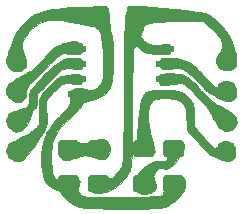
<source format=gbr>
G04 #@! TF.GenerationSoftware,KiCad,Pcbnew,5.1.5-52549c5~84~ubuntu18.04.1*
G04 #@! TF.CreationDate,2019-12-27T14:58:41-07:00*
G04 #@! TF.ProjectId,001,3030312e-6b69-4636-9164-5f7063625858,rev?*
G04 #@! TF.SameCoordinates,Original*
G04 #@! TF.FileFunction,Copper,L1,Top*
G04 #@! TF.FilePolarity,Positive*
%FSLAX46Y46*%
G04 Gerber Fmt 4.6, Leading zero omitted, Abs format (unit mm)*
G04 Created by KiCad (PCBNEW 5.1.5-52549c5~84~ubuntu18.04.1) date 2019-12-27 14:58:41*
%MOMM*%
%LPD*%
G04 APERTURE LIST*
%ADD10C,0.010000*%
%ADD11C,0.100000*%
%ADD12R,1.500000X0.600000*%
%ADD13O,1.700000X1.700000*%
%ADD14C,1.700000*%
G04 APERTURE END LIST*
D10*
G36*
X144466430Y-80972661D02*
G01*
X144765871Y-80993681D01*
X145062804Y-81033645D01*
X145349060Y-81091007D01*
X145616469Y-81164222D01*
X145856862Y-81251742D01*
X145999200Y-81317850D01*
X146155751Y-81407212D01*
X146318350Y-81517702D01*
X146489639Y-81651659D01*
X146672259Y-81811424D01*
X146868851Y-81999340D01*
X147082057Y-82217748D01*
X147314518Y-82468987D01*
X147379941Y-82541654D01*
X147559798Y-82741342D01*
X147714880Y-82910878D01*
X147847592Y-83052568D01*
X147960338Y-83168715D01*
X148055524Y-83261624D01*
X148135553Y-83333599D01*
X148202832Y-83386944D01*
X148259765Y-83423964D01*
X148308756Y-83446962D01*
X148332418Y-83454278D01*
X148381359Y-83455573D01*
X148443704Y-83435919D01*
X148524103Y-83392975D01*
X148627204Y-83324403D01*
X148708534Y-83265026D01*
X148803372Y-83198798D01*
X148910209Y-83131389D01*
X149008631Y-83075561D01*
X149024936Y-83067196D01*
X149107633Y-83027583D01*
X149172020Y-83003980D01*
X149235594Y-82992308D01*
X149315851Y-82988490D01*
X149363602Y-82988248D01*
X149544728Y-83005347D01*
X149700587Y-83056400D01*
X149831128Y-83141357D01*
X149936302Y-83260170D01*
X150016059Y-83412789D01*
X150070349Y-83599166D01*
X150087109Y-83698829D01*
X150097439Y-83894837D01*
X150076619Y-84083363D01*
X150026611Y-84257213D01*
X149949378Y-84409192D01*
X149864427Y-84515163D01*
X149748250Y-84608733D01*
X149619289Y-84666458D01*
X149473845Y-84689076D01*
X149308223Y-84677323D01*
X149184784Y-84650761D01*
X149114715Y-84631096D01*
X149046098Y-84608652D01*
X148973620Y-84580991D01*
X148891970Y-84545675D01*
X148795838Y-84500268D01*
X148679911Y-84442331D01*
X148538880Y-84369427D01*
X148367432Y-84279120D01*
X148318879Y-84253370D01*
X148162505Y-84168502D01*
X148015612Y-84085259D01*
X147885132Y-84007770D01*
X147777996Y-83940164D01*
X147701137Y-83886570D01*
X147694462Y-83881422D01*
X147646129Y-83840223D01*
X147571975Y-83772545D01*
X147475852Y-83682100D01*
X147361614Y-83572601D01*
X147233113Y-83447762D01*
X147094200Y-83311295D01*
X146948729Y-83166914D01*
X146835284Y-83053300D01*
X146612202Y-82829739D01*
X146414922Y-82634875D01*
X146239840Y-82466952D01*
X146083349Y-82324214D01*
X145941844Y-82204905D01*
X145811721Y-82107271D01*
X145689374Y-82029556D01*
X145571199Y-81970003D01*
X145453589Y-81926857D01*
X145332940Y-81898363D01*
X145205647Y-81882765D01*
X145068105Y-81878307D01*
X144916708Y-81883234D01*
X144747852Y-81895790D01*
X144557931Y-81914219D01*
X144507063Y-81919504D01*
X144327551Y-81937610D01*
X144184318Y-81950222D01*
X144071680Y-81957408D01*
X143983951Y-81959240D01*
X143915445Y-81955786D01*
X143860476Y-81947116D01*
X143813358Y-81933300D01*
X143799926Y-81928171D01*
X143724965Y-81875796D01*
X143667856Y-81787424D01*
X143629526Y-81665861D01*
X143610904Y-81513913D01*
X143611496Y-81358417D01*
X143621521Y-81245126D01*
X143641505Y-81157018D01*
X143676306Y-81090748D01*
X143730784Y-81042972D01*
X143809797Y-81010346D01*
X143918204Y-80989523D01*
X144060865Y-80977160D01*
X144172652Y-80972132D01*
X144466430Y-80972661D01*
G37*
X144466430Y-80972661D02*
X144765871Y-80993681D01*
X145062804Y-81033645D01*
X145349060Y-81091007D01*
X145616469Y-81164222D01*
X145856862Y-81251742D01*
X145999200Y-81317850D01*
X146155751Y-81407212D01*
X146318350Y-81517702D01*
X146489639Y-81651659D01*
X146672259Y-81811424D01*
X146868851Y-81999340D01*
X147082057Y-82217748D01*
X147314518Y-82468987D01*
X147379941Y-82541654D01*
X147559798Y-82741342D01*
X147714880Y-82910878D01*
X147847592Y-83052568D01*
X147960338Y-83168715D01*
X148055524Y-83261624D01*
X148135553Y-83333599D01*
X148202832Y-83386944D01*
X148259765Y-83423964D01*
X148308756Y-83446962D01*
X148332418Y-83454278D01*
X148381359Y-83455573D01*
X148443704Y-83435919D01*
X148524103Y-83392975D01*
X148627204Y-83324403D01*
X148708534Y-83265026D01*
X148803372Y-83198798D01*
X148910209Y-83131389D01*
X149008631Y-83075561D01*
X149024936Y-83067196D01*
X149107633Y-83027583D01*
X149172020Y-83003980D01*
X149235594Y-82992308D01*
X149315851Y-82988490D01*
X149363602Y-82988248D01*
X149544728Y-83005347D01*
X149700587Y-83056400D01*
X149831128Y-83141357D01*
X149936302Y-83260170D01*
X150016059Y-83412789D01*
X150070349Y-83599166D01*
X150087109Y-83698829D01*
X150097439Y-83894837D01*
X150076619Y-84083363D01*
X150026611Y-84257213D01*
X149949378Y-84409192D01*
X149864427Y-84515163D01*
X149748250Y-84608733D01*
X149619289Y-84666458D01*
X149473845Y-84689076D01*
X149308223Y-84677323D01*
X149184784Y-84650761D01*
X149114715Y-84631096D01*
X149046098Y-84608652D01*
X148973620Y-84580991D01*
X148891970Y-84545675D01*
X148795838Y-84500268D01*
X148679911Y-84442331D01*
X148538880Y-84369427D01*
X148367432Y-84279120D01*
X148318879Y-84253370D01*
X148162505Y-84168502D01*
X148015612Y-84085259D01*
X147885132Y-84007770D01*
X147777996Y-83940164D01*
X147701137Y-83886570D01*
X147694462Y-83881422D01*
X147646129Y-83840223D01*
X147571975Y-83772545D01*
X147475852Y-83682100D01*
X147361614Y-83572601D01*
X147233113Y-83447762D01*
X147094200Y-83311295D01*
X146948729Y-83166914D01*
X146835284Y-83053300D01*
X146612202Y-82829739D01*
X146414922Y-82634875D01*
X146239840Y-82466952D01*
X146083349Y-82324214D01*
X145941844Y-82204905D01*
X145811721Y-82107271D01*
X145689374Y-82029556D01*
X145571199Y-81970003D01*
X145453589Y-81926857D01*
X145332940Y-81898363D01*
X145205647Y-81882765D01*
X145068105Y-81878307D01*
X144916708Y-81883234D01*
X144747852Y-81895790D01*
X144557931Y-81914219D01*
X144507063Y-81919504D01*
X144327551Y-81937610D01*
X144184318Y-81950222D01*
X144071680Y-81957408D01*
X143983951Y-81959240D01*
X143915445Y-81955786D01*
X143860476Y-81947116D01*
X143813358Y-81933300D01*
X143799926Y-81928171D01*
X143724965Y-81875796D01*
X143667856Y-81787424D01*
X143629526Y-81665861D01*
X143610904Y-81513913D01*
X143611496Y-81358417D01*
X143621521Y-81245126D01*
X143641505Y-81157018D01*
X143676306Y-81090748D01*
X143730784Y-81042972D01*
X143809797Y-81010346D01*
X143918204Y-80989523D01*
X144060865Y-80977160D01*
X144172652Y-80972132D01*
X144466430Y-80972661D01*
G36*
X136415086Y-79603509D02*
G01*
X136506060Y-79608553D01*
X136579628Y-79619159D01*
X136648216Y-79636808D01*
X136685867Y-79649201D01*
X136807016Y-79702368D01*
X136918418Y-79771749D01*
X137009458Y-79849608D01*
X137069523Y-79928207D01*
X137070072Y-79929237D01*
X137102172Y-80027522D01*
X137110387Y-80146416D01*
X137095182Y-80271898D01*
X137057022Y-80389946D01*
X137054631Y-80395165D01*
X137008899Y-80485210D01*
X136964570Y-80547531D01*
X136910002Y-80594677D01*
X136833555Y-80639199D01*
X136823450Y-80644403D01*
X136725651Y-80682757D01*
X136611507Y-80704404D01*
X136475385Y-80709535D01*
X136311653Y-80698340D01*
X136114676Y-80671010D01*
X136101477Y-80668828D01*
X135953813Y-80647459D01*
X135801059Y-80630904D01*
X135660760Y-80620871D01*
X135585200Y-80618657D01*
X135480797Y-80619182D01*
X135406221Y-80623450D01*
X135349001Y-80633538D01*
X135296662Y-80651525D01*
X135245141Y-80675341D01*
X135134069Y-80741552D01*
X134999713Y-80842403D01*
X134842534Y-80977487D01*
X134662993Y-81146399D01*
X134461550Y-81348733D01*
X134358848Y-81455881D01*
X134139159Y-81686693D01*
X133944547Y-81889173D01*
X133771819Y-82066498D01*
X133617785Y-82221848D01*
X133479253Y-82358403D01*
X133353032Y-82479340D01*
X133235929Y-82587840D01*
X133124753Y-82687081D01*
X133108700Y-82701095D01*
X132929156Y-82860805D01*
X132780475Y-83001203D01*
X132658612Y-83126923D01*
X132559521Y-83242598D01*
X132479157Y-83352864D01*
X132413474Y-83462354D01*
X132372476Y-83544445D01*
X132349077Y-83598592D01*
X132333181Y-83648254D01*
X132323290Y-83703749D01*
X132317907Y-83775398D01*
X132315534Y-83873520D01*
X132314980Y-83940650D01*
X132313491Y-84058443D01*
X132309703Y-84143705D01*
X132302297Y-84206227D01*
X132289956Y-84255801D01*
X132271361Y-84302218D01*
X132264301Y-84317124D01*
X132212557Y-84403499D01*
X132141312Y-84496016D01*
X132060904Y-84583273D01*
X131981671Y-84653866D01*
X131925195Y-84691134D01*
X131811589Y-84729412D01*
X131675161Y-84743664D01*
X131528560Y-84732971D01*
X131478867Y-84723539D01*
X131277652Y-84659378D01*
X131082179Y-84559783D01*
X130904156Y-84431231D01*
X130833992Y-84366787D01*
X130731409Y-84257965D01*
X130659508Y-84161747D01*
X130613476Y-84067667D01*
X130588501Y-83965263D01*
X130579768Y-83844070D01*
X130579549Y-83813650D01*
X130581389Y-83715090D01*
X130588796Y-83642466D01*
X130605088Y-83579439D01*
X130633586Y-83509671D01*
X130647313Y-83480095D01*
X130744404Y-83319713D01*
X130883320Y-83161098D01*
X131063572Y-83004721D01*
X131284671Y-82851056D01*
X131320117Y-82829013D01*
X131378299Y-82795206D01*
X131467643Y-82745725D01*
X131581581Y-82684091D01*
X131713544Y-82613826D01*
X131856965Y-82538452D01*
X132005273Y-82461492D01*
X132012651Y-82457690D01*
X132166051Y-82377581D01*
X132319224Y-82295602D01*
X132464573Y-82215969D01*
X132594496Y-82142893D01*
X132701394Y-82080589D01*
X132774651Y-82035245D01*
X132905094Y-81943142D01*
X133035808Y-81835970D01*
X133170834Y-81709671D01*
X133314215Y-81560182D01*
X133469993Y-81383443D01*
X133642210Y-81175394D01*
X133690794Y-81114900D01*
X133867677Y-80896015D01*
X134024569Y-80708373D01*
X134165606Y-80548428D01*
X134294922Y-80412637D01*
X134416650Y-80297454D01*
X134534924Y-80199335D01*
X134653879Y-80114735D01*
X134777650Y-80040110D01*
X134910369Y-79971914D01*
X135056171Y-79906604D01*
X135140700Y-79871731D01*
X135389376Y-79776963D01*
X135611523Y-79704751D01*
X135815185Y-79653218D01*
X136008404Y-79620487D01*
X136199223Y-79604681D01*
X136294284Y-79602546D01*
X136415086Y-79603509D01*
G37*
X136415086Y-79603509D02*
X136506060Y-79608553D01*
X136579628Y-79619159D01*
X136648216Y-79636808D01*
X136685867Y-79649201D01*
X136807016Y-79702368D01*
X136918418Y-79771749D01*
X137009458Y-79849608D01*
X137069523Y-79928207D01*
X137070072Y-79929237D01*
X137102172Y-80027522D01*
X137110387Y-80146416D01*
X137095182Y-80271898D01*
X137057022Y-80389946D01*
X137054631Y-80395165D01*
X137008899Y-80485210D01*
X136964570Y-80547531D01*
X136910002Y-80594677D01*
X136833555Y-80639199D01*
X136823450Y-80644403D01*
X136725651Y-80682757D01*
X136611507Y-80704404D01*
X136475385Y-80709535D01*
X136311653Y-80698340D01*
X136114676Y-80671010D01*
X136101477Y-80668828D01*
X135953813Y-80647459D01*
X135801059Y-80630904D01*
X135660760Y-80620871D01*
X135585200Y-80618657D01*
X135480797Y-80619182D01*
X135406221Y-80623450D01*
X135349001Y-80633538D01*
X135296662Y-80651525D01*
X135245141Y-80675341D01*
X135134069Y-80741552D01*
X134999713Y-80842403D01*
X134842534Y-80977487D01*
X134662993Y-81146399D01*
X134461550Y-81348733D01*
X134358848Y-81455881D01*
X134139159Y-81686693D01*
X133944547Y-81889173D01*
X133771819Y-82066498D01*
X133617785Y-82221848D01*
X133479253Y-82358403D01*
X133353032Y-82479340D01*
X133235929Y-82587840D01*
X133124753Y-82687081D01*
X133108700Y-82701095D01*
X132929156Y-82860805D01*
X132780475Y-83001203D01*
X132658612Y-83126923D01*
X132559521Y-83242598D01*
X132479157Y-83352864D01*
X132413474Y-83462354D01*
X132372476Y-83544445D01*
X132349077Y-83598592D01*
X132333181Y-83648254D01*
X132323290Y-83703749D01*
X132317907Y-83775398D01*
X132315534Y-83873520D01*
X132314980Y-83940650D01*
X132313491Y-84058443D01*
X132309703Y-84143705D01*
X132302297Y-84206227D01*
X132289956Y-84255801D01*
X132271361Y-84302218D01*
X132264301Y-84317124D01*
X132212557Y-84403499D01*
X132141312Y-84496016D01*
X132060904Y-84583273D01*
X131981671Y-84653866D01*
X131925195Y-84691134D01*
X131811589Y-84729412D01*
X131675161Y-84743664D01*
X131528560Y-84732971D01*
X131478867Y-84723539D01*
X131277652Y-84659378D01*
X131082179Y-84559783D01*
X130904156Y-84431231D01*
X130833992Y-84366787D01*
X130731409Y-84257965D01*
X130659508Y-84161747D01*
X130613476Y-84067667D01*
X130588501Y-83965263D01*
X130579768Y-83844070D01*
X130579549Y-83813650D01*
X130581389Y-83715090D01*
X130588796Y-83642466D01*
X130605088Y-83579439D01*
X130633586Y-83509671D01*
X130647313Y-83480095D01*
X130744404Y-83319713D01*
X130883320Y-83161098D01*
X131063572Y-83004721D01*
X131284671Y-82851056D01*
X131320117Y-82829013D01*
X131378299Y-82795206D01*
X131467643Y-82745725D01*
X131581581Y-82684091D01*
X131713544Y-82613826D01*
X131856965Y-82538452D01*
X132005273Y-82461492D01*
X132012651Y-82457690D01*
X132166051Y-82377581D01*
X132319224Y-82295602D01*
X132464573Y-82215969D01*
X132594496Y-82142893D01*
X132701394Y-82080589D01*
X132774651Y-82035245D01*
X132905094Y-81943142D01*
X133035808Y-81835970D01*
X133170834Y-81709671D01*
X133314215Y-81560182D01*
X133469993Y-81383443D01*
X133642210Y-81175394D01*
X133690794Y-81114900D01*
X133867677Y-80896015D01*
X134024569Y-80708373D01*
X134165606Y-80548428D01*
X134294922Y-80412637D01*
X134416650Y-80297454D01*
X134534924Y-80199335D01*
X134653879Y-80114735D01*
X134777650Y-80040110D01*
X134910369Y-79971914D01*
X135056171Y-79906604D01*
X135140700Y-79871731D01*
X135389376Y-79776963D01*
X135611523Y-79704751D01*
X135815185Y-79653218D01*
X136008404Y-79620487D01*
X136199223Y-79604681D01*
X136294284Y-79602546D01*
X136415086Y-79603509D01*
G36*
X144709146Y-82315664D02*
G01*
X144930656Y-82325629D01*
X145126836Y-82343421D01*
X145305959Y-82369852D01*
X145476299Y-82405733D01*
X145524486Y-82417828D01*
X145610772Y-82442748D01*
X145694038Y-82472920D01*
X145776844Y-82510493D01*
X145861745Y-82557617D01*
X145951299Y-82616443D01*
X146048065Y-82689119D01*
X146154598Y-82777796D01*
X146273457Y-82884624D01*
X146407199Y-83011751D01*
X146558381Y-83161328D01*
X146729561Y-83335505D01*
X146923296Y-83536432D01*
X147142143Y-83766257D01*
X147195117Y-83822182D01*
X147407416Y-84044188D01*
X147595515Y-84235809D01*
X147762004Y-84399438D01*
X147909471Y-84537469D01*
X148040507Y-84652294D01*
X148157701Y-84746308D01*
X148263641Y-84821904D01*
X148306367Y-84849335D01*
X148378712Y-84892245D01*
X148480381Y-84949895D01*
X148603035Y-85017693D01*
X148738335Y-85091051D01*
X148877942Y-85165377D01*
X148934078Y-85194850D01*
X149143589Y-85306180D01*
X149319024Y-85403706D01*
X149465136Y-85490480D01*
X149586683Y-85569551D01*
X149688421Y-85643972D01*
X149775106Y-85716791D01*
X149831154Y-85770231D01*
X149961560Y-85924843D01*
X150053860Y-86086751D01*
X150107308Y-86252783D01*
X150121157Y-86419768D01*
X150094660Y-86584532D01*
X150050145Y-86700081D01*
X149982897Y-86810173D01*
X149891908Y-86920029D01*
X149787519Y-87019642D01*
X149680072Y-87099002D01*
X149591448Y-87144044D01*
X149441394Y-87180280D01*
X149277923Y-87185582D01*
X149144942Y-87166190D01*
X149002183Y-87114182D01*
X148853384Y-87025934D01*
X148703955Y-86905958D01*
X148559305Y-86758770D01*
X148424843Y-86588884D01*
X148386902Y-86533567D01*
X148342683Y-86463283D01*
X148283089Y-86363403D01*
X148212603Y-86241719D01*
X148135705Y-86106023D01*
X148056878Y-85964108D01*
X148009534Y-85877400D01*
X147918718Y-85710335D01*
X147839843Y-85567558D01*
X147769170Y-85444176D01*
X147702962Y-85335294D01*
X147637479Y-85236019D01*
X147568983Y-85141457D01*
X147493736Y-85046714D01*
X147407999Y-84946897D01*
X147308034Y-84837111D01*
X147190102Y-84712464D01*
X147050464Y-84568061D01*
X146885383Y-84399009D01*
X146861468Y-84374567D01*
X146623070Y-84132043D01*
X146411993Y-83919718D01*
X146227060Y-83736481D01*
X146067094Y-83581225D01*
X145930922Y-83452842D01*
X145817365Y-83350221D01*
X145725249Y-83272256D01*
X145653398Y-83217836D01*
X145600636Y-83185854D01*
X145600562Y-83185818D01*
X145558074Y-83167045D01*
X145516871Y-83155020D01*
X145467348Y-83148897D01*
X145399901Y-83147829D01*
X145304925Y-83150971D01*
X145240018Y-83154060D01*
X145116461Y-83162988D01*
X144968488Y-83177935D01*
X144813257Y-83196946D01*
X144667928Y-83218069D01*
X144644534Y-83221879D01*
X144501572Y-83243161D01*
X144344518Y-83262513D01*
X144190967Y-83277996D01*
X144058517Y-83287668D01*
X144040178Y-83288559D01*
X143923140Y-83293011D01*
X143838827Y-83293801D01*
X143777728Y-83290159D01*
X143730332Y-83281313D01*
X143687129Y-83266494D01*
X143668237Y-83258432D01*
X143594620Y-83214844D01*
X143543601Y-83155527D01*
X143512089Y-83073606D01*
X143496993Y-82962201D01*
X143494521Y-82871734D01*
X143503825Y-82718052D01*
X143530522Y-82586929D01*
X143572851Y-82484816D01*
X143615152Y-82429863D01*
X143666354Y-82394532D01*
X143739302Y-82366262D01*
X143837648Y-82344542D01*
X143965040Y-82328863D01*
X144125131Y-82318714D01*
X144321570Y-82313587D01*
X144454034Y-82312712D01*
X144709146Y-82315664D01*
G37*
X144709146Y-82315664D02*
X144930656Y-82325629D01*
X145126836Y-82343421D01*
X145305959Y-82369852D01*
X145476299Y-82405733D01*
X145524486Y-82417828D01*
X145610772Y-82442748D01*
X145694038Y-82472920D01*
X145776844Y-82510493D01*
X145861745Y-82557617D01*
X145951299Y-82616443D01*
X146048065Y-82689119D01*
X146154598Y-82777796D01*
X146273457Y-82884624D01*
X146407199Y-83011751D01*
X146558381Y-83161328D01*
X146729561Y-83335505D01*
X146923296Y-83536432D01*
X147142143Y-83766257D01*
X147195117Y-83822182D01*
X147407416Y-84044188D01*
X147595515Y-84235809D01*
X147762004Y-84399438D01*
X147909471Y-84537469D01*
X148040507Y-84652294D01*
X148157701Y-84746308D01*
X148263641Y-84821904D01*
X148306367Y-84849335D01*
X148378712Y-84892245D01*
X148480381Y-84949895D01*
X148603035Y-85017693D01*
X148738335Y-85091051D01*
X148877942Y-85165377D01*
X148934078Y-85194850D01*
X149143589Y-85306180D01*
X149319024Y-85403706D01*
X149465136Y-85490480D01*
X149586683Y-85569551D01*
X149688421Y-85643972D01*
X149775106Y-85716791D01*
X149831154Y-85770231D01*
X149961560Y-85924843D01*
X150053860Y-86086751D01*
X150107308Y-86252783D01*
X150121157Y-86419768D01*
X150094660Y-86584532D01*
X150050145Y-86700081D01*
X149982897Y-86810173D01*
X149891908Y-86920029D01*
X149787519Y-87019642D01*
X149680072Y-87099002D01*
X149591448Y-87144044D01*
X149441394Y-87180280D01*
X149277923Y-87185582D01*
X149144942Y-87166190D01*
X149002183Y-87114182D01*
X148853384Y-87025934D01*
X148703955Y-86905958D01*
X148559305Y-86758770D01*
X148424843Y-86588884D01*
X148386902Y-86533567D01*
X148342683Y-86463283D01*
X148283089Y-86363403D01*
X148212603Y-86241719D01*
X148135705Y-86106023D01*
X148056878Y-85964108D01*
X148009534Y-85877400D01*
X147918718Y-85710335D01*
X147839843Y-85567558D01*
X147769170Y-85444176D01*
X147702962Y-85335294D01*
X147637479Y-85236019D01*
X147568983Y-85141457D01*
X147493736Y-85046714D01*
X147407999Y-84946897D01*
X147308034Y-84837111D01*
X147190102Y-84712464D01*
X147050464Y-84568061D01*
X146885383Y-84399009D01*
X146861468Y-84374567D01*
X146623070Y-84132043D01*
X146411993Y-83919718D01*
X146227060Y-83736481D01*
X146067094Y-83581225D01*
X145930922Y-83452842D01*
X145817365Y-83350221D01*
X145725249Y-83272256D01*
X145653398Y-83217836D01*
X145600636Y-83185854D01*
X145600562Y-83185818D01*
X145558074Y-83167045D01*
X145516871Y-83155020D01*
X145467348Y-83148897D01*
X145399901Y-83147829D01*
X145304925Y-83150971D01*
X145240018Y-83154060D01*
X145116461Y-83162988D01*
X144968488Y-83177935D01*
X144813257Y-83196946D01*
X144667928Y-83218069D01*
X144644534Y-83221879D01*
X144501572Y-83243161D01*
X144344518Y-83262513D01*
X144190967Y-83277996D01*
X144058517Y-83287668D01*
X144040178Y-83288559D01*
X143923140Y-83293011D01*
X143838827Y-83293801D01*
X143777728Y-83290159D01*
X143730332Y-83281313D01*
X143687129Y-83266494D01*
X143668237Y-83258432D01*
X143594620Y-83214844D01*
X143543601Y-83155527D01*
X143512089Y-83073606D01*
X143496993Y-82962201D01*
X143494521Y-82871734D01*
X143503825Y-82718052D01*
X143530522Y-82586929D01*
X143572851Y-82484816D01*
X143615152Y-82429863D01*
X143666354Y-82394532D01*
X143739302Y-82366262D01*
X143837648Y-82344542D01*
X143965040Y-82328863D01*
X144125131Y-82318714D01*
X144321570Y-82313587D01*
X144454034Y-82312712D01*
X144709146Y-82315664D01*
G36*
X136615038Y-81001323D02*
G01*
X136745088Y-81018750D01*
X136845976Y-81047525D01*
X136924115Y-81090606D01*
X136985914Y-81150955D01*
X137037785Y-81231530D01*
X137058878Y-81273650D01*
X137100364Y-81400086D01*
X137112420Y-81532456D01*
X137096755Y-81661514D01*
X137055080Y-81778012D01*
X136989106Y-81872704D01*
X136940452Y-81913942D01*
X136896977Y-81937963D01*
X136846258Y-81953207D01*
X136781878Y-81959737D01*
X136697414Y-81957615D01*
X136586448Y-81946906D01*
X136442560Y-81927671D01*
X136386148Y-81919372D01*
X136126444Y-81887233D01*
X135899295Y-81875115D01*
X135699010Y-81884889D01*
X135519898Y-81918428D01*
X135356268Y-81977606D01*
X135202428Y-82064295D01*
X135052688Y-82180367D01*
X134901357Y-82327696D01*
X134798966Y-82441661D01*
X134740642Y-82507080D01*
X134656855Y-82597876D01*
X134552014Y-82709425D01*
X134430526Y-82837104D01*
X134296798Y-82976290D01*
X134155239Y-83122360D01*
X134010256Y-83270692D01*
X133955055Y-83326817D01*
X133816589Y-83467784D01*
X133685368Y-83602213D01*
X133564827Y-83726525D01*
X133458400Y-83837139D01*
X133369525Y-83930474D01*
X133301636Y-84002951D01*
X133258170Y-84050990D01*
X133245654Y-84066045D01*
X133182784Y-84149106D01*
X133189579Y-84569348D01*
X133191562Y-84741234D01*
X133190008Y-84877651D01*
X133182973Y-84985435D01*
X133168509Y-85071419D01*
X133144671Y-85142440D01*
X133109514Y-85205331D01*
X133061091Y-85266927D01*
X132997458Y-85334064D01*
X132961820Y-85369400D01*
X132800232Y-85528150D01*
X132686734Y-85856234D01*
X132642067Y-85983019D01*
X132595664Y-86110743D01*
X132551972Y-86227418D01*
X132515440Y-86321058D01*
X132503157Y-86350979D01*
X132386007Y-86592994D01*
X132254095Y-86795996D01*
X132106396Y-86961013D01*
X131941886Y-87089073D01*
X131759540Y-87181205D01*
X131636737Y-87220823D01*
X131504069Y-87246871D01*
X131391968Y-87247560D01*
X131286490Y-87222046D01*
X131224867Y-87195878D01*
X131136373Y-87141409D01*
X131036560Y-87060944D01*
X130935894Y-86964783D01*
X130844843Y-86863227D01*
X130773874Y-86766576D01*
X130753894Y-86732424D01*
X130691991Y-86590055D01*
X130652139Y-86442363D01*
X130637577Y-86303386D01*
X130640749Y-86241902D01*
X130673516Y-86103796D01*
X130740160Y-85974268D01*
X130844115Y-85847263D01*
X130890251Y-85802005D01*
X130977951Y-85727033D01*
X131072980Y-85661419D01*
X131182703Y-85601425D01*
X131314481Y-85543309D01*
X131475677Y-85483331D01*
X131599678Y-85441587D01*
X131820458Y-85363956D01*
X132014095Y-85284586D01*
X132176995Y-85205249D01*
X132305560Y-85127716D01*
X132396196Y-85053759D01*
X132404510Y-85045039D01*
X132454933Y-84984446D01*
X132493300Y-84921709D01*
X132521155Y-84849988D01*
X132540043Y-84762444D01*
X132551506Y-84652236D01*
X132557090Y-84512526D01*
X132558367Y-84363506D01*
X132560434Y-84185419D01*
X132566692Y-84048122D01*
X132577226Y-83950273D01*
X132587135Y-83904705D01*
X132631175Y-83796907D01*
X132703313Y-83675090D01*
X132805269Y-83536950D01*
X132938762Y-83380180D01*
X133105513Y-83202476D01*
X133128806Y-83178650D01*
X133239926Y-83063437D01*
X133356804Y-82938780D01*
X133470217Y-82814752D01*
X133570940Y-82701427D01*
X133642434Y-82617734D01*
X133829063Y-82406348D01*
X134043879Y-82186124D01*
X134276880Y-81966153D01*
X134518064Y-81755524D01*
X134757429Y-81563329D01*
X134980058Y-81401994D01*
X135249335Y-81242744D01*
X135531517Y-81122748D01*
X135828445Y-81041492D01*
X136141960Y-80998464D01*
X136449415Y-80992284D01*
X136615038Y-81001323D01*
G37*
X136615038Y-81001323D02*
X136745088Y-81018750D01*
X136845976Y-81047525D01*
X136924115Y-81090606D01*
X136985914Y-81150955D01*
X137037785Y-81231530D01*
X137058878Y-81273650D01*
X137100364Y-81400086D01*
X137112420Y-81532456D01*
X137096755Y-81661514D01*
X137055080Y-81778012D01*
X136989106Y-81872704D01*
X136940452Y-81913942D01*
X136896977Y-81937963D01*
X136846258Y-81953207D01*
X136781878Y-81959737D01*
X136697414Y-81957615D01*
X136586448Y-81946906D01*
X136442560Y-81927671D01*
X136386148Y-81919372D01*
X136126444Y-81887233D01*
X135899295Y-81875115D01*
X135699010Y-81884889D01*
X135519898Y-81918428D01*
X135356268Y-81977606D01*
X135202428Y-82064295D01*
X135052688Y-82180367D01*
X134901357Y-82327696D01*
X134798966Y-82441661D01*
X134740642Y-82507080D01*
X134656855Y-82597876D01*
X134552014Y-82709425D01*
X134430526Y-82837104D01*
X134296798Y-82976290D01*
X134155239Y-83122360D01*
X134010256Y-83270692D01*
X133955055Y-83326817D01*
X133816589Y-83467784D01*
X133685368Y-83602213D01*
X133564827Y-83726525D01*
X133458400Y-83837139D01*
X133369525Y-83930474D01*
X133301636Y-84002951D01*
X133258170Y-84050990D01*
X133245654Y-84066045D01*
X133182784Y-84149106D01*
X133189579Y-84569348D01*
X133191562Y-84741234D01*
X133190008Y-84877651D01*
X133182973Y-84985435D01*
X133168509Y-85071419D01*
X133144671Y-85142440D01*
X133109514Y-85205331D01*
X133061091Y-85266927D01*
X132997458Y-85334064D01*
X132961820Y-85369400D01*
X132800232Y-85528150D01*
X132686734Y-85856234D01*
X132642067Y-85983019D01*
X132595664Y-86110743D01*
X132551972Y-86227418D01*
X132515440Y-86321058D01*
X132503157Y-86350979D01*
X132386007Y-86592994D01*
X132254095Y-86795996D01*
X132106396Y-86961013D01*
X131941886Y-87089073D01*
X131759540Y-87181205D01*
X131636737Y-87220823D01*
X131504069Y-87246871D01*
X131391968Y-87247560D01*
X131286490Y-87222046D01*
X131224867Y-87195878D01*
X131136373Y-87141409D01*
X131036560Y-87060944D01*
X130935894Y-86964783D01*
X130844843Y-86863227D01*
X130773874Y-86766576D01*
X130753894Y-86732424D01*
X130691991Y-86590055D01*
X130652139Y-86442363D01*
X130637577Y-86303386D01*
X130640749Y-86241902D01*
X130673516Y-86103796D01*
X130740160Y-85974268D01*
X130844115Y-85847263D01*
X130890251Y-85802005D01*
X130977951Y-85727033D01*
X131072980Y-85661419D01*
X131182703Y-85601425D01*
X131314481Y-85543309D01*
X131475677Y-85483331D01*
X131599678Y-85441587D01*
X131820458Y-85363956D01*
X132014095Y-85284586D01*
X132176995Y-85205249D01*
X132305560Y-85127716D01*
X132396196Y-85053759D01*
X132404510Y-85045039D01*
X132454933Y-84984446D01*
X132493300Y-84921709D01*
X132521155Y-84849988D01*
X132540043Y-84762444D01*
X132551506Y-84652236D01*
X132557090Y-84512526D01*
X132558367Y-84363506D01*
X132560434Y-84185419D01*
X132566692Y-84048122D01*
X132577226Y-83950273D01*
X132587135Y-83904705D01*
X132631175Y-83796907D01*
X132703313Y-83675090D01*
X132805269Y-83536950D01*
X132938762Y-83380180D01*
X133105513Y-83202476D01*
X133128806Y-83178650D01*
X133239926Y-83063437D01*
X133356804Y-82938780D01*
X133470217Y-82814752D01*
X133570940Y-82701427D01*
X133642434Y-82617734D01*
X133829063Y-82406348D01*
X134043879Y-82186124D01*
X134276880Y-81966153D01*
X134518064Y-81755524D01*
X134757429Y-81563329D01*
X134980058Y-81401994D01*
X135249335Y-81242744D01*
X135531517Y-81122748D01*
X135828445Y-81041492D01*
X136141960Y-80998464D01*
X136449415Y-80992284D01*
X136615038Y-81001323D01*
G36*
X138841936Y-87887459D02*
G01*
X138987753Y-87938643D01*
X139114616Y-88025121D01*
X139172045Y-88082198D01*
X139267127Y-88218046D01*
X139334516Y-88378008D01*
X139374226Y-88554194D01*
X139386273Y-88738712D01*
X139370674Y-88923673D01*
X139327442Y-89101184D01*
X139256595Y-89263356D01*
X139169478Y-89389387D01*
X139096006Y-89465613D01*
X139022023Y-89517816D01*
X138937243Y-89549916D01*
X138831380Y-89565832D01*
X138696700Y-89569500D01*
X138620814Y-89568492D01*
X138557108Y-89565446D01*
X138497695Y-89558638D01*
X138434685Y-89546343D01*
X138360190Y-89526835D01*
X138266322Y-89498390D01*
X138145192Y-89459281D01*
X138051117Y-89428321D01*
X137916683Y-89384636D01*
X137788523Y-89344232D01*
X137674733Y-89309566D01*
X137583409Y-89283097D01*
X137522646Y-89267281D01*
X137515617Y-89265763D01*
X137405218Y-89248758D01*
X137293463Y-89244004D01*
X137174265Y-89252558D01*
X137041539Y-89275477D01*
X136889201Y-89313819D01*
X136711164Y-89368642D01*
X136501345Y-89441003D01*
X136495740Y-89443010D01*
X136279027Y-89518214D01*
X136095630Y-89576086D01*
X135940709Y-89617628D01*
X135809421Y-89643841D01*
X135696927Y-89655727D01*
X135598384Y-89654285D01*
X135524489Y-89643840D01*
X135444711Y-89621846D01*
X135360512Y-89590101D01*
X135340211Y-89580805D01*
X135225357Y-89502727D01*
X135130609Y-89393526D01*
X135056445Y-89259589D01*
X135003342Y-89107302D01*
X134971776Y-88943051D01*
X134962227Y-88773221D01*
X134975172Y-88604199D01*
X135011087Y-88442371D01*
X135070451Y-88294121D01*
X135153741Y-88165837D01*
X135228691Y-88089506D01*
X135313371Y-88025813D01*
X135397135Y-87982732D01*
X135491143Y-87956972D01*
X135606551Y-87945242D01*
X135722784Y-87943758D01*
X135808161Y-87945753D01*
X135884838Y-87950662D01*
X135961553Y-87959960D01*
X136047044Y-87975121D01*
X136150048Y-87997621D01*
X136279306Y-88028933D01*
X136384176Y-88055381D01*
X136583690Y-88105090D01*
X136748795Y-88143473D01*
X136885623Y-88171384D01*
X137000307Y-88189680D01*
X137098980Y-88199218D01*
X137187775Y-88200852D01*
X137272825Y-88195440D01*
X137333540Y-88187899D01*
X137410209Y-88173460D01*
X137517240Y-88148663D01*
X137644674Y-88116053D01*
X137782554Y-88078176D01*
X137917618Y-88038580D01*
X138054509Y-87998154D01*
X138189088Y-87960381D01*
X138311841Y-87927788D01*
X138413253Y-87902901D01*
X138483779Y-87888252D01*
X138674749Y-87870889D01*
X138841936Y-87887459D01*
G37*
X138841936Y-87887459D02*
X138987753Y-87938643D01*
X139114616Y-88025121D01*
X139172045Y-88082198D01*
X139267127Y-88218046D01*
X139334516Y-88378008D01*
X139374226Y-88554194D01*
X139386273Y-88738712D01*
X139370674Y-88923673D01*
X139327442Y-89101184D01*
X139256595Y-89263356D01*
X139169478Y-89389387D01*
X139096006Y-89465613D01*
X139022023Y-89517816D01*
X138937243Y-89549916D01*
X138831380Y-89565832D01*
X138696700Y-89569500D01*
X138620814Y-89568492D01*
X138557108Y-89565446D01*
X138497695Y-89558638D01*
X138434685Y-89546343D01*
X138360190Y-89526835D01*
X138266322Y-89498390D01*
X138145192Y-89459281D01*
X138051117Y-89428321D01*
X137916683Y-89384636D01*
X137788523Y-89344232D01*
X137674733Y-89309566D01*
X137583409Y-89283097D01*
X137522646Y-89267281D01*
X137515617Y-89265763D01*
X137405218Y-89248758D01*
X137293463Y-89244004D01*
X137174265Y-89252558D01*
X137041539Y-89275477D01*
X136889201Y-89313819D01*
X136711164Y-89368642D01*
X136501345Y-89441003D01*
X136495740Y-89443010D01*
X136279027Y-89518214D01*
X136095630Y-89576086D01*
X135940709Y-89617628D01*
X135809421Y-89643841D01*
X135696927Y-89655727D01*
X135598384Y-89654285D01*
X135524489Y-89643840D01*
X135444711Y-89621846D01*
X135360512Y-89590101D01*
X135340211Y-89580805D01*
X135225357Y-89502727D01*
X135130609Y-89393526D01*
X135056445Y-89259589D01*
X135003342Y-89107302D01*
X134971776Y-88943051D01*
X134962227Y-88773221D01*
X134975172Y-88604199D01*
X135011087Y-88442371D01*
X135070451Y-88294121D01*
X135153741Y-88165837D01*
X135228691Y-88089506D01*
X135313371Y-88025813D01*
X135397135Y-87982732D01*
X135491143Y-87956972D01*
X135606551Y-87945242D01*
X135722784Y-87943758D01*
X135808161Y-87945753D01*
X135884838Y-87950662D01*
X135961553Y-87959960D01*
X136047044Y-87975121D01*
X136150048Y-87997621D01*
X136279306Y-88028933D01*
X136384176Y-88055381D01*
X136583690Y-88105090D01*
X136748795Y-88143473D01*
X136885623Y-88171384D01*
X137000307Y-88189680D01*
X137098980Y-88199218D01*
X137187775Y-88200852D01*
X137272825Y-88195440D01*
X137333540Y-88187899D01*
X137410209Y-88173460D01*
X137517240Y-88148663D01*
X137644674Y-88116053D01*
X137782554Y-88078176D01*
X137917618Y-88038580D01*
X138054509Y-87998154D01*
X138189088Y-87960381D01*
X138311841Y-87927788D01*
X138413253Y-87902901D01*
X138483779Y-87888252D01*
X138674749Y-87870889D01*
X138841936Y-87887459D01*
G36*
X143915261Y-83716486D02*
G01*
X144264879Y-83728704D01*
X144653225Y-83751249D01*
X144655117Y-83751378D01*
X145184284Y-83787263D01*
X145370594Y-83867333D01*
X145630381Y-83995096D01*
X145852634Y-84139777D01*
X146039490Y-84303520D01*
X146193089Y-84488470D01*
X146315568Y-84696770D01*
X146398243Y-84897981D01*
X146427989Y-84991195D01*
X146452407Y-85083893D01*
X146472098Y-85181757D01*
X146487663Y-85290470D01*
X146499705Y-85415715D01*
X146508826Y-85563176D01*
X146515625Y-85738535D01*
X146520706Y-85947475D01*
X146522942Y-86075964D01*
X146533506Y-86750777D01*
X146672173Y-86933214D01*
X146803073Y-87102080D01*
X146942887Y-87276404D01*
X147088637Y-87452925D01*
X147237348Y-87628384D01*
X147386041Y-87799520D01*
X147531740Y-87963072D01*
X147671470Y-88115780D01*
X147802252Y-88254382D01*
X147921111Y-88375620D01*
X148025069Y-88476231D01*
X148111150Y-88552956D01*
X148176377Y-88602535D01*
X148212884Y-88620818D01*
X148238018Y-88621949D01*
X148275337Y-88613783D01*
X148329304Y-88594439D01*
X148404377Y-88562036D01*
X148505019Y-88514693D01*
X148635690Y-88450527D01*
X148737646Y-88399509D01*
X148917827Y-88310286D01*
X149066249Y-88240423D01*
X149187948Y-88188341D01*
X149287957Y-88152461D01*
X149371310Y-88131203D01*
X149443043Y-88122988D01*
X149508188Y-88126238D01*
X149569170Y-88138668D01*
X149682065Y-88181797D01*
X149773327Y-88248904D01*
X149853697Y-88346462D01*
X149933947Y-88495535D01*
X149989674Y-88667662D01*
X150019942Y-88852230D01*
X150023819Y-89038626D01*
X150000368Y-89216235D01*
X149948656Y-89374444D01*
X149944923Y-89382478D01*
X149870975Y-89498642D01*
X149771107Y-89598596D01*
X149656720Y-89672183D01*
X149590600Y-89698082D01*
X149458543Y-89722301D01*
X149304140Y-89726263D01*
X149142055Y-89710264D01*
X149029402Y-89686702D01*
X148882139Y-89640303D01*
X148710490Y-89573404D01*
X148524005Y-89490815D01*
X148332231Y-89397344D01*
X148144718Y-89297802D01*
X147971016Y-89196998D01*
X147820672Y-89099742D01*
X147728002Y-89031234D01*
X147609598Y-88931467D01*
X147472734Y-88807510D01*
X147321750Y-88663977D01*
X147160985Y-88505480D01*
X146994779Y-88336634D01*
X146827471Y-88162052D01*
X146663401Y-87986348D01*
X146506908Y-87814135D01*
X146362331Y-87650027D01*
X146234010Y-87498638D01*
X146126285Y-87364580D01*
X146043495Y-87252469D01*
X146015843Y-87210900D01*
X145982826Y-87156793D01*
X145955897Y-87105477D01*
X145934319Y-87051860D01*
X145917355Y-86990852D01*
X145904268Y-86917360D01*
X145894322Y-86826295D01*
X145886780Y-86712563D01*
X145880904Y-86571075D01*
X145875959Y-86396739D01*
X145871877Y-86216067D01*
X145867460Y-86020833D01*
X145863134Y-85862518D01*
X145858525Y-85735712D01*
X145853258Y-85635001D01*
X145846961Y-85554976D01*
X145839259Y-85490224D01*
X145829780Y-85435334D01*
X145818148Y-85384895D01*
X145813187Y-85366138D01*
X145735930Y-85148663D01*
X145629645Y-84961285D01*
X145492191Y-84801400D01*
X145321427Y-84666404D01*
X145163803Y-84576749D01*
X145073499Y-84536136D01*
X144980215Y-84503336D01*
X144878308Y-84477595D01*
X144762135Y-84458161D01*
X144626054Y-84444283D01*
X144464422Y-84435206D01*
X144271595Y-84430179D01*
X144051867Y-84428464D01*
X143829012Y-84429508D01*
X143643284Y-84434266D01*
X143489557Y-84443901D01*
X143362700Y-84459578D01*
X143257585Y-84482461D01*
X143169084Y-84513713D01*
X143092069Y-84554499D01*
X143021410Y-84605982D01*
X142951980Y-84669327D01*
X142940617Y-84680666D01*
X142841793Y-84795102D01*
X142763563Y-84921082D01*
X142704029Y-85064420D01*
X142661294Y-85230929D01*
X142633460Y-85426420D01*
X142618628Y-85656707D01*
X142618230Y-85668166D01*
X142614942Y-85795896D01*
X142614317Y-85917954D01*
X142616923Y-86037790D01*
X142623329Y-86158855D01*
X142634104Y-86284602D01*
X142649819Y-86418480D01*
X142671040Y-86563943D01*
X142698339Y-86724440D01*
X142732283Y-86903423D01*
X142773442Y-87104344D01*
X142822385Y-87330654D01*
X142879681Y-87585803D01*
X142945899Y-87873245D01*
X143021608Y-88196429D01*
X143066312Y-88385650D01*
X143094138Y-88507992D01*
X143119220Y-88627171D01*
X143139318Y-88731903D01*
X143152196Y-88810907D01*
X143154632Y-88830863D01*
X143167775Y-88958575D01*
X143085946Y-89014878D01*
X142921041Y-89107231D01*
X142739813Y-89171906D01*
X142549152Y-89209137D01*
X142355945Y-89219155D01*
X142167083Y-89202193D01*
X141989454Y-89158482D01*
X141829949Y-89088255D01*
X141695455Y-88991744D01*
X141670067Y-88967170D01*
X141591118Y-88886319D01*
X141625666Y-88561901D01*
X141634530Y-88470475D01*
X141645597Y-88343154D01*
X141658377Y-88186292D01*
X141672382Y-88006244D01*
X141687122Y-87809362D01*
X141702108Y-87601999D01*
X141716851Y-87390511D01*
X141723993Y-87284984D01*
X141753155Y-86865194D01*
X141781909Y-86485177D01*
X141810645Y-86142382D01*
X141839753Y-85834256D01*
X141869625Y-85558246D01*
X141900650Y-85311800D01*
X141933219Y-85092365D01*
X141967723Y-84897390D01*
X142004553Y-84724322D01*
X142044099Y-84570609D01*
X142086751Y-84433698D01*
X142132902Y-84311036D01*
X142182940Y-84200073D01*
X142201825Y-84162796D01*
X142263604Y-84054156D01*
X142322130Y-83976928D01*
X142386532Y-83922041D01*
X142465943Y-83880425D01*
X142499500Y-83867119D01*
X142666006Y-83814724D01*
X142857166Y-83773413D01*
X143075325Y-83743060D01*
X143322831Y-83723538D01*
X143602027Y-83714722D01*
X143915261Y-83716486D01*
G37*
X143915261Y-83716486D02*
X144264879Y-83728704D01*
X144653225Y-83751249D01*
X144655117Y-83751378D01*
X145184284Y-83787263D01*
X145370594Y-83867333D01*
X145630381Y-83995096D01*
X145852634Y-84139777D01*
X146039490Y-84303520D01*
X146193089Y-84488470D01*
X146315568Y-84696770D01*
X146398243Y-84897981D01*
X146427989Y-84991195D01*
X146452407Y-85083893D01*
X146472098Y-85181757D01*
X146487663Y-85290470D01*
X146499705Y-85415715D01*
X146508826Y-85563176D01*
X146515625Y-85738535D01*
X146520706Y-85947475D01*
X146522942Y-86075964D01*
X146533506Y-86750777D01*
X146672173Y-86933214D01*
X146803073Y-87102080D01*
X146942887Y-87276404D01*
X147088637Y-87452925D01*
X147237348Y-87628384D01*
X147386041Y-87799520D01*
X147531740Y-87963072D01*
X147671470Y-88115780D01*
X147802252Y-88254382D01*
X147921111Y-88375620D01*
X148025069Y-88476231D01*
X148111150Y-88552956D01*
X148176377Y-88602535D01*
X148212884Y-88620818D01*
X148238018Y-88621949D01*
X148275337Y-88613783D01*
X148329304Y-88594439D01*
X148404377Y-88562036D01*
X148505019Y-88514693D01*
X148635690Y-88450527D01*
X148737646Y-88399509D01*
X148917827Y-88310286D01*
X149066249Y-88240423D01*
X149187948Y-88188341D01*
X149287957Y-88152461D01*
X149371310Y-88131203D01*
X149443043Y-88122988D01*
X149508188Y-88126238D01*
X149569170Y-88138668D01*
X149682065Y-88181797D01*
X149773327Y-88248904D01*
X149853697Y-88346462D01*
X149933947Y-88495535D01*
X149989674Y-88667662D01*
X150019942Y-88852230D01*
X150023819Y-89038626D01*
X150000368Y-89216235D01*
X149948656Y-89374444D01*
X149944923Y-89382478D01*
X149870975Y-89498642D01*
X149771107Y-89598596D01*
X149656720Y-89672183D01*
X149590600Y-89698082D01*
X149458543Y-89722301D01*
X149304140Y-89726263D01*
X149142055Y-89710264D01*
X149029402Y-89686702D01*
X148882139Y-89640303D01*
X148710490Y-89573404D01*
X148524005Y-89490815D01*
X148332231Y-89397344D01*
X148144718Y-89297802D01*
X147971016Y-89196998D01*
X147820672Y-89099742D01*
X147728002Y-89031234D01*
X147609598Y-88931467D01*
X147472734Y-88807510D01*
X147321750Y-88663977D01*
X147160985Y-88505480D01*
X146994779Y-88336634D01*
X146827471Y-88162052D01*
X146663401Y-87986348D01*
X146506908Y-87814135D01*
X146362331Y-87650027D01*
X146234010Y-87498638D01*
X146126285Y-87364580D01*
X146043495Y-87252469D01*
X146015843Y-87210900D01*
X145982826Y-87156793D01*
X145955897Y-87105477D01*
X145934319Y-87051860D01*
X145917355Y-86990852D01*
X145904268Y-86917360D01*
X145894322Y-86826295D01*
X145886780Y-86712563D01*
X145880904Y-86571075D01*
X145875959Y-86396739D01*
X145871877Y-86216067D01*
X145867460Y-86020833D01*
X145863134Y-85862518D01*
X145858525Y-85735712D01*
X145853258Y-85635001D01*
X145846961Y-85554976D01*
X145839259Y-85490224D01*
X145829780Y-85435334D01*
X145818148Y-85384895D01*
X145813187Y-85366138D01*
X145735930Y-85148663D01*
X145629645Y-84961285D01*
X145492191Y-84801400D01*
X145321427Y-84666404D01*
X145163803Y-84576749D01*
X145073499Y-84536136D01*
X144980215Y-84503336D01*
X144878308Y-84477595D01*
X144762135Y-84458161D01*
X144626054Y-84444283D01*
X144464422Y-84435206D01*
X144271595Y-84430179D01*
X144051867Y-84428464D01*
X143829012Y-84429508D01*
X143643284Y-84434266D01*
X143489557Y-84443901D01*
X143362700Y-84459578D01*
X143257585Y-84482461D01*
X143169084Y-84513713D01*
X143092069Y-84554499D01*
X143021410Y-84605982D01*
X142951980Y-84669327D01*
X142940617Y-84680666D01*
X142841793Y-84795102D01*
X142763563Y-84921082D01*
X142704029Y-85064420D01*
X142661294Y-85230929D01*
X142633460Y-85426420D01*
X142618628Y-85656707D01*
X142618230Y-85668166D01*
X142614942Y-85795896D01*
X142614317Y-85917954D01*
X142616923Y-86037790D01*
X142623329Y-86158855D01*
X142634104Y-86284602D01*
X142649819Y-86418480D01*
X142671040Y-86563943D01*
X142698339Y-86724440D01*
X142732283Y-86903423D01*
X142773442Y-87104344D01*
X142822385Y-87330654D01*
X142879681Y-87585803D01*
X142945899Y-87873245D01*
X143021608Y-88196429D01*
X143066312Y-88385650D01*
X143094138Y-88507992D01*
X143119220Y-88627171D01*
X143139318Y-88731903D01*
X143152196Y-88810907D01*
X143154632Y-88830863D01*
X143167775Y-88958575D01*
X143085946Y-89014878D01*
X142921041Y-89107231D01*
X142739813Y-89171906D01*
X142549152Y-89209137D01*
X142355945Y-89219155D01*
X142167083Y-89202193D01*
X141989454Y-89158482D01*
X141829949Y-89088255D01*
X141695455Y-88991744D01*
X141670067Y-88967170D01*
X141591118Y-88886319D01*
X141625666Y-88561901D01*
X141634530Y-88470475D01*
X141645597Y-88343154D01*
X141658377Y-88186292D01*
X141672382Y-88006244D01*
X141687122Y-87809362D01*
X141702108Y-87601999D01*
X141716851Y-87390511D01*
X141723993Y-87284984D01*
X141753155Y-86865194D01*
X141781909Y-86485177D01*
X141810645Y-86142382D01*
X141839753Y-85834256D01*
X141869625Y-85558246D01*
X141900650Y-85311800D01*
X141933219Y-85092365D01*
X141967723Y-84897390D01*
X142004553Y-84724322D01*
X142044099Y-84570609D01*
X142086751Y-84433698D01*
X142132902Y-84311036D01*
X142182940Y-84200073D01*
X142201825Y-84162796D01*
X142263604Y-84054156D01*
X142322130Y-83976928D01*
X142386532Y-83922041D01*
X142465943Y-83880425D01*
X142499500Y-83867119D01*
X142666006Y-83814724D01*
X142857166Y-83773413D01*
X143075325Y-83743060D01*
X143322831Y-83723538D01*
X143602027Y-83714722D01*
X143915261Y-83716486D01*
G36*
X136729654Y-82398959D02*
G01*
X136849590Y-82421486D01*
X136932375Y-82456151D01*
X136953475Y-82472408D01*
X136999001Y-82540826D01*
X137027600Y-82639466D01*
X137037709Y-82759102D01*
X137027764Y-82890510D01*
X137026088Y-82901054D01*
X136998238Y-83031702D01*
X136962936Y-83125415D01*
X136917838Y-83187282D01*
X136882541Y-83212628D01*
X136810037Y-83233585D01*
X136703379Y-83239478D01*
X136567854Y-83230609D01*
X136408755Y-83207282D01*
X136262534Y-83177143D01*
X136102457Y-83143909D01*
X135964412Y-83124329D01*
X135831184Y-83116180D01*
X135786284Y-83115621D01*
X135685465Y-83116481D01*
X135614546Y-83121111D01*
X135561118Y-83131787D01*
X135512774Y-83150786D01*
X135468784Y-83173859D01*
X135369345Y-83233657D01*
X135266203Y-83305648D01*
X135154815Y-83393650D01*
X135030638Y-83501482D01*
X134889129Y-83632960D01*
X134725746Y-83791904D01*
X134683277Y-83834060D01*
X134515151Y-84002839D01*
X134375839Y-84145937D01*
X134262925Y-84266247D01*
X134173989Y-84366665D01*
X134106612Y-84450082D01*
X134058376Y-84519394D01*
X134026862Y-84577494D01*
X134009652Y-84627275D01*
X134006478Y-84643811D01*
X134003175Y-84692008D01*
X134001709Y-84775205D01*
X134002028Y-84886109D01*
X134004080Y-85017430D01*
X134007814Y-85161875D01*
X134010784Y-85250278D01*
X134019693Y-85524393D01*
X134025848Y-85781240D01*
X134029280Y-86017675D01*
X134030021Y-86230551D01*
X134028101Y-86416723D01*
X134023552Y-86573045D01*
X134016404Y-86696372D01*
X134006690Y-86783559D01*
X133995177Y-86829900D01*
X133969245Y-86880407D01*
X133923876Y-86961483D01*
X133862236Y-87067907D01*
X133787493Y-87194455D01*
X133702812Y-87335905D01*
X133611361Y-87487033D01*
X133516307Y-87642616D01*
X133420816Y-87797431D01*
X133328056Y-87946256D01*
X133241193Y-88083868D01*
X133163393Y-88205042D01*
X133135307Y-88248067D01*
X132935919Y-88543610D01*
X132745541Y-88809574D01*
X132565385Y-89044540D01*
X132396662Y-89247088D01*
X132240582Y-89415798D01*
X132098358Y-89549252D01*
X131971201Y-89646030D01*
X131912784Y-89680680D01*
X131759349Y-89739505D01*
X131595456Y-89763057D01*
X131437492Y-89750006D01*
X131270215Y-89694525D01*
X131118012Y-89603613D01*
X130984769Y-89482668D01*
X130874371Y-89337087D01*
X130790703Y-89172267D01*
X130737651Y-88993607D01*
X130719099Y-88806503D01*
X130720576Y-88754053D01*
X130728764Y-88667477D01*
X130746274Y-88602410D01*
X130780192Y-88538087D01*
X130809235Y-88494302D01*
X130866996Y-88420032D01*
X130940340Y-88343849D01*
X131032302Y-88263628D01*
X131145916Y-88177243D01*
X131284215Y-88082569D01*
X131450233Y-87977481D01*
X131647005Y-87859854D01*
X131877564Y-87727563D01*
X132009561Y-87653526D01*
X132245153Y-87520945D01*
X132446550Y-87404576D01*
X132617514Y-87301885D01*
X132761805Y-87210336D01*
X132883185Y-87127394D01*
X132985414Y-87050522D01*
X133072254Y-86977187D01*
X133147466Y-86904852D01*
X133193403Y-86855485D01*
X133255551Y-86781804D01*
X133303331Y-86712945D01*
X133338615Y-86641722D01*
X133363274Y-86560944D01*
X133379180Y-86463425D01*
X133388206Y-86341976D01*
X133392223Y-86189408D01*
X133392978Y-86089067D01*
X133392955Y-85936461D01*
X133392019Y-85756051D01*
X133390301Y-85562350D01*
X133387931Y-85369874D01*
X133385041Y-85193139D01*
X133384768Y-85178900D01*
X133381712Y-84969891D01*
X133382756Y-84796498D01*
X133389845Y-84652060D01*
X133404924Y-84529913D01*
X133429936Y-84423395D01*
X133466826Y-84325845D01*
X133517539Y-84230601D01*
X133584019Y-84130999D01*
X133668211Y-84020378D01*
X133753856Y-83914293D01*
X133830661Y-83824750D01*
X133930876Y-83714426D01*
X134048559Y-83589307D01*
X134177768Y-83455377D01*
X134312560Y-83318621D01*
X134446994Y-83185023D01*
X134575127Y-83060567D01*
X134691016Y-82951239D01*
X134788720Y-82863023D01*
X134844367Y-82816023D01*
X134953505Y-82728650D01*
X135042010Y-82661424D01*
X135118561Y-82610644D01*
X135191837Y-82572612D01*
X135270516Y-82543628D01*
X135363277Y-82519993D01*
X135478800Y-82498008D01*
X135625763Y-82473972D01*
X135659284Y-82468658D01*
X135927872Y-82430383D01*
X136171677Y-82404283D01*
X136388224Y-82390350D01*
X136575041Y-82388578D01*
X136729654Y-82398959D01*
G37*
X136729654Y-82398959D02*
X136849590Y-82421486D01*
X136932375Y-82456151D01*
X136953475Y-82472408D01*
X136999001Y-82540826D01*
X137027600Y-82639466D01*
X137037709Y-82759102D01*
X137027764Y-82890510D01*
X137026088Y-82901054D01*
X136998238Y-83031702D01*
X136962936Y-83125415D01*
X136917838Y-83187282D01*
X136882541Y-83212628D01*
X136810037Y-83233585D01*
X136703379Y-83239478D01*
X136567854Y-83230609D01*
X136408755Y-83207282D01*
X136262534Y-83177143D01*
X136102457Y-83143909D01*
X135964412Y-83124329D01*
X135831184Y-83116180D01*
X135786284Y-83115621D01*
X135685465Y-83116481D01*
X135614546Y-83121111D01*
X135561118Y-83131787D01*
X135512774Y-83150786D01*
X135468784Y-83173859D01*
X135369345Y-83233657D01*
X135266203Y-83305648D01*
X135154815Y-83393650D01*
X135030638Y-83501482D01*
X134889129Y-83632960D01*
X134725746Y-83791904D01*
X134683277Y-83834060D01*
X134515151Y-84002839D01*
X134375839Y-84145937D01*
X134262925Y-84266247D01*
X134173989Y-84366665D01*
X134106612Y-84450082D01*
X134058376Y-84519394D01*
X134026862Y-84577494D01*
X134009652Y-84627275D01*
X134006478Y-84643811D01*
X134003175Y-84692008D01*
X134001709Y-84775205D01*
X134002028Y-84886109D01*
X134004080Y-85017430D01*
X134007814Y-85161875D01*
X134010784Y-85250278D01*
X134019693Y-85524393D01*
X134025848Y-85781240D01*
X134029280Y-86017675D01*
X134030021Y-86230551D01*
X134028101Y-86416723D01*
X134023552Y-86573045D01*
X134016404Y-86696372D01*
X134006690Y-86783559D01*
X133995177Y-86829900D01*
X133969245Y-86880407D01*
X133923876Y-86961483D01*
X133862236Y-87067907D01*
X133787493Y-87194455D01*
X133702812Y-87335905D01*
X133611361Y-87487033D01*
X133516307Y-87642616D01*
X133420816Y-87797431D01*
X133328056Y-87946256D01*
X133241193Y-88083868D01*
X133163393Y-88205042D01*
X133135307Y-88248067D01*
X132935919Y-88543610D01*
X132745541Y-88809574D01*
X132565385Y-89044540D01*
X132396662Y-89247088D01*
X132240582Y-89415798D01*
X132098358Y-89549252D01*
X131971201Y-89646030D01*
X131912784Y-89680680D01*
X131759349Y-89739505D01*
X131595456Y-89763057D01*
X131437492Y-89750006D01*
X131270215Y-89694525D01*
X131118012Y-89603613D01*
X130984769Y-89482668D01*
X130874371Y-89337087D01*
X130790703Y-89172267D01*
X130737651Y-88993607D01*
X130719099Y-88806503D01*
X130720576Y-88754053D01*
X130728764Y-88667477D01*
X130746274Y-88602410D01*
X130780192Y-88538087D01*
X130809235Y-88494302D01*
X130866996Y-88420032D01*
X130940340Y-88343849D01*
X131032302Y-88263628D01*
X131145916Y-88177243D01*
X131284215Y-88082569D01*
X131450233Y-87977481D01*
X131647005Y-87859854D01*
X131877564Y-87727563D01*
X132009561Y-87653526D01*
X132245153Y-87520945D01*
X132446550Y-87404576D01*
X132617514Y-87301885D01*
X132761805Y-87210336D01*
X132883185Y-87127394D01*
X132985414Y-87050522D01*
X133072254Y-86977187D01*
X133147466Y-86904852D01*
X133193403Y-86855485D01*
X133255551Y-86781804D01*
X133303331Y-86712945D01*
X133338615Y-86641722D01*
X133363274Y-86560944D01*
X133379180Y-86463425D01*
X133388206Y-86341976D01*
X133392223Y-86189408D01*
X133392978Y-86089067D01*
X133392955Y-85936461D01*
X133392019Y-85756051D01*
X133390301Y-85562350D01*
X133387931Y-85369874D01*
X133385041Y-85193139D01*
X133384768Y-85178900D01*
X133381712Y-84969891D01*
X133382756Y-84796498D01*
X133389845Y-84652060D01*
X133404924Y-84529913D01*
X133429936Y-84423395D01*
X133466826Y-84325845D01*
X133517539Y-84230601D01*
X133584019Y-84130999D01*
X133668211Y-84020378D01*
X133753856Y-83914293D01*
X133830661Y-83824750D01*
X133930876Y-83714426D01*
X134048559Y-83589307D01*
X134177768Y-83455377D01*
X134312560Y-83318621D01*
X134446994Y-83185023D01*
X134575127Y-83060567D01*
X134691016Y-82951239D01*
X134788720Y-82863023D01*
X134844367Y-82816023D01*
X134953505Y-82728650D01*
X135042010Y-82661424D01*
X135118561Y-82610644D01*
X135191837Y-82572612D01*
X135270516Y-82543628D01*
X135363277Y-82519993D01*
X135478800Y-82498008D01*
X135625763Y-82473972D01*
X135659284Y-82468658D01*
X135927872Y-82430383D01*
X136171677Y-82404283D01*
X136388224Y-82390350D01*
X136575041Y-82388578D01*
X136729654Y-82398959D01*
G36*
X141894535Y-76591357D02*
G01*
X142065632Y-76602193D01*
X142266012Y-76621442D01*
X142501106Y-76648877D01*
X142570200Y-76657527D01*
X142721067Y-76675140D01*
X142900105Y-76693663D01*
X143093207Y-76711783D01*
X143286271Y-76728187D01*
X143465190Y-76741559D01*
X143490950Y-76743289D01*
X143819234Y-76766448D01*
X144158460Y-76793189D01*
X144504074Y-76823000D01*
X144851526Y-76855369D01*
X145196264Y-76889786D01*
X145533736Y-76925738D01*
X145859391Y-76962713D01*
X146168676Y-77000201D01*
X146457041Y-77037689D01*
X146719933Y-77074665D01*
X146952802Y-77110618D01*
X147151094Y-77145036D01*
X147265286Y-77167603D01*
X147380623Y-77194611D01*
X147482548Y-77225680D01*
X147580041Y-77265011D01*
X147682078Y-77316805D01*
X147797639Y-77385262D01*
X147935702Y-77474584D01*
X147969477Y-77497111D01*
X148303656Y-77743946D01*
X148619856Y-78023424D01*
X148912699Y-78329718D01*
X149176812Y-78657002D01*
X149406818Y-78999449D01*
X149493254Y-79148749D01*
X149614387Y-79387464D01*
X149732149Y-79655350D01*
X149841571Y-79939278D01*
X149937683Y-80226115D01*
X150015518Y-80502732D01*
X150033031Y-80575150D01*
X150061055Y-80719716D01*
X150082560Y-80878957D01*
X150096976Y-81042618D01*
X150103732Y-81200440D01*
X150102259Y-81342166D01*
X150091986Y-81457540D01*
X150084343Y-81498113D01*
X150033656Y-81652730D01*
X149959529Y-81775537D01*
X149856927Y-81872849D01*
X149724534Y-81949271D01*
X149583075Y-82003177D01*
X149436632Y-82033900D01*
X149271867Y-82043676D01*
X149175612Y-82041275D01*
X148992642Y-82021516D01*
X148842424Y-81980178D01*
X148720404Y-81915693D01*
X148655475Y-81862006D01*
X148573836Y-81766379D01*
X148521077Y-81661734D01*
X148493320Y-81537730D01*
X148486490Y-81411234D01*
X148487718Y-81332496D01*
X148492844Y-81261511D01*
X148503736Y-81190977D01*
X148522262Y-81113591D01*
X148550292Y-81022051D01*
X148589692Y-80909054D01*
X148642333Y-80767300D01*
X148669744Y-80695054D01*
X148734173Y-80524423D01*
X148784755Y-80386483D01*
X148823563Y-80274704D01*
X148852670Y-80182550D01*
X148874151Y-80103490D01*
X148890077Y-80030990D01*
X148901620Y-79964379D01*
X148913132Y-79795598D01*
X148890310Y-79641780D01*
X148830814Y-79492709D01*
X148770744Y-79392587D01*
X148682626Y-79272602D01*
X148568291Y-79134159D01*
X148433043Y-78982398D01*
X148282186Y-78822456D01*
X148121025Y-78659472D01*
X147954866Y-78498585D01*
X147789012Y-78344934D01*
X147628769Y-78203656D01*
X147479442Y-78079891D01*
X147346335Y-77978778D01*
X147236670Y-77906574D01*
X147202559Y-77887346D01*
X147170415Y-77872825D01*
X147133623Y-77862175D01*
X147085565Y-77854561D01*
X147019627Y-77849149D01*
X146929193Y-77845104D01*
X146807647Y-77841590D01*
X146701390Y-77839020D01*
X146539609Y-77837014D01*
X146345764Y-77837643D01*
X146124736Y-77840692D01*
X145881404Y-77845941D01*
X145620649Y-77853175D01*
X145347351Y-77862175D01*
X145066390Y-77872725D01*
X144782645Y-77884607D01*
X144500998Y-77897604D01*
X144226327Y-77911499D01*
X143963514Y-77926074D01*
X143717437Y-77941112D01*
X143492978Y-77956396D01*
X143295016Y-77971708D01*
X143128432Y-77986832D01*
X142998105Y-78001549D01*
X142972367Y-78005053D01*
X142828802Y-78028865D01*
X142679606Y-78061007D01*
X142511497Y-78104505D01*
X142410679Y-78133057D01*
X142261741Y-78176216D01*
X142212041Y-78370267D01*
X142186969Y-78460979D01*
X142151775Y-78578646D01*
X142110470Y-78710314D01*
X142067063Y-78843033D01*
X142050390Y-78892400D01*
X141938437Y-79220484D01*
X142069110Y-79355235D01*
X142178211Y-79461467D01*
X142294865Y-79564305D01*
X142410141Y-79656589D01*
X142515108Y-79731158D01*
X142598708Y-79779831D01*
X142663210Y-79805107D01*
X142754066Y-79833170D01*
X142855937Y-79859477D01*
X142902865Y-79869862D01*
X143072385Y-79894345D01*
X143270587Y-79905065D01*
X143486231Y-79902352D01*
X143708080Y-79886531D01*
X143924896Y-79857930D01*
X144038467Y-79836759D01*
X144159113Y-79813073D01*
X144246962Y-79800814D01*
X144310164Y-79800666D01*
X144356868Y-79813313D01*
X144395225Y-79839438D01*
X144424150Y-79869113D01*
X144474578Y-79941195D01*
X144506853Y-80027513D01*
X144523439Y-80137375D01*
X144527036Y-80257650D01*
X144518384Y-80401432D01*
X144492737Y-80512026D01*
X144447788Y-80595944D01*
X144385920Y-80656293D01*
X144368082Y-80668552D01*
X144348401Y-80677950D01*
X144321889Y-80684614D01*
X144283558Y-80688673D01*
X144228420Y-80690256D01*
X144151487Y-80689492D01*
X144047772Y-80686510D01*
X143912286Y-80681438D01*
X143740041Y-80674405D01*
X143718669Y-80673518D01*
X143468397Y-80661854D01*
X143235544Y-80648476D01*
X143024145Y-80633732D01*
X142838235Y-80617970D01*
X142681850Y-80601539D01*
X142559024Y-80584787D01*
X142473793Y-80568062D01*
X142463108Y-80565182D01*
X142380814Y-80531076D01*
X142277139Y-80472112D01*
X142159862Y-80394121D01*
X142036766Y-80302931D01*
X141915629Y-80204373D01*
X141804233Y-80104276D01*
X141710357Y-80008470D01*
X141691552Y-79987060D01*
X141621113Y-79904768D01*
X141514344Y-80049459D01*
X141459977Y-80125898D01*
X141411893Y-80198380D01*
X141378844Y-80253599D01*
X141374341Y-80262352D01*
X141363228Y-80299599D01*
X141353119Y-80364423D01*
X141343987Y-80458009D01*
X141335803Y-80581545D01*
X141328540Y-80736216D01*
X141322170Y-80923210D01*
X141316666Y-81143713D01*
X141312000Y-81398910D01*
X141308143Y-81689990D01*
X141305069Y-82018137D01*
X141302750Y-82384539D01*
X141301158Y-82790383D01*
X141300265Y-83236853D01*
X141300088Y-83443234D01*
X141299580Y-83838618D01*
X141298503Y-84241602D01*
X141296892Y-84649078D01*
X141294781Y-85057940D01*
X141292205Y-85465082D01*
X141289199Y-85867396D01*
X141285797Y-86261777D01*
X141282033Y-86645118D01*
X141277943Y-87014311D01*
X141273561Y-87366252D01*
X141268920Y-87697832D01*
X141264057Y-88005946D01*
X141259006Y-88287487D01*
X141253800Y-88539349D01*
X141248475Y-88758424D01*
X141243065Y-88941607D01*
X141237605Y-89085790D01*
X141237204Y-89094734D01*
X141223526Y-89373165D01*
X141208990Y-89613974D01*
X141192637Y-89821871D01*
X141173507Y-90001567D01*
X141150640Y-90157772D01*
X141123076Y-90295197D01*
X141089855Y-90418553D01*
X141050017Y-90532550D01*
X141002603Y-90641900D01*
X140946652Y-90751312D01*
X140881204Y-90865498D01*
X140873881Y-90877726D01*
X140713904Y-91117303D01*
X140528789Y-91348351D01*
X140323691Y-91566665D01*
X140103762Y-91768038D01*
X139874158Y-91948266D01*
X139640031Y-92103141D01*
X139406535Y-92228457D01*
X139178824Y-92320010D01*
X139067117Y-92352213D01*
X138874446Y-92392216D01*
X138674814Y-92420240D01*
X138478854Y-92435579D01*
X138297195Y-92437530D01*
X138140468Y-92425385D01*
X138090143Y-92417024D01*
X137967802Y-92382359D01*
X137874481Y-92329532D01*
X137805820Y-92253204D01*
X137757462Y-92148039D01*
X137725049Y-92008700D01*
X137718030Y-91961295D01*
X137707380Y-91817292D01*
X137710737Y-91662677D01*
X137726524Y-91505964D01*
X137753167Y-91355666D01*
X137789090Y-91220296D01*
X137832718Y-91108369D01*
X137882475Y-91028398D01*
X137892697Y-91017314D01*
X137946324Y-90979201D01*
X138015506Y-90960437D01*
X138106172Y-90960900D01*
X138224251Y-90980471D01*
X138336867Y-91008292D01*
X138534819Y-91061698D01*
X138696936Y-91104875D01*
X138828179Y-91138898D01*
X138933508Y-91164837D01*
X139017885Y-91183766D01*
X139086272Y-91196757D01*
X139143631Y-91204881D01*
X139194921Y-91209212D01*
X139245106Y-91210822D01*
X139274402Y-91210935D01*
X139390843Y-91206043D01*
X139479175Y-91190672D01*
X139539750Y-91168887D01*
X139623927Y-91118694D01*
X139718611Y-91039077D01*
X139825254Y-90928375D01*
X139945308Y-90784928D01*
X140080225Y-90607075D01*
X140231458Y-90393154D01*
X140279750Y-90322400D01*
X140342103Y-90229546D01*
X140385014Y-90160952D01*
X140412943Y-90105940D01*
X140430350Y-90053829D01*
X140441694Y-89993940D01*
X140451436Y-89915593D01*
X140452115Y-89909650D01*
X140466730Y-89756655D01*
X140480288Y-89562938D01*
X140492789Y-89328374D01*
X140504236Y-89052839D01*
X140514632Y-88736207D01*
X140523978Y-88378355D01*
X140532278Y-87979158D01*
X140539534Y-87538491D01*
X140545748Y-87056231D01*
X140550922Y-86532252D01*
X140555058Y-85966430D01*
X140558160Y-85358641D01*
X140560229Y-84708760D01*
X140561170Y-84131150D01*
X140561668Y-83794915D01*
X140562489Y-83457011D01*
X140563607Y-83121467D01*
X140564996Y-82792314D01*
X140566630Y-82473581D01*
X140568483Y-82169300D01*
X140570526Y-81883500D01*
X140572735Y-81620211D01*
X140575083Y-81383464D01*
X140577544Y-81177288D01*
X140580090Y-81005714D01*
X140582481Y-80882067D01*
X140586865Y-80682855D01*
X140591760Y-80450332D01*
X140596987Y-80193513D01*
X140602371Y-79921414D01*
X140607734Y-79643053D01*
X140612901Y-79367444D01*
X140617694Y-79103604D01*
X140620662Y-78934734D01*
X140626482Y-78630197D01*
X140632922Y-78364405D01*
X140640331Y-78133768D01*
X140649057Y-77934699D01*
X140659448Y-77763609D01*
X140671852Y-77616909D01*
X140686618Y-77491012D01*
X140704094Y-77382329D01*
X140724628Y-77287271D01*
X140748568Y-77202250D01*
X140776262Y-77123679D01*
X140802543Y-77060349D01*
X140857028Y-76955722D01*
X140922029Y-76873461D01*
X141006708Y-76805175D01*
X141120229Y-76742470D01*
X141178767Y-76715756D01*
X141288215Y-76671337D01*
X141394360Y-76636696D01*
X141502634Y-76611605D01*
X141618467Y-76595836D01*
X141747290Y-76589163D01*
X141894535Y-76591357D01*
G37*
X141894535Y-76591357D02*
X142065632Y-76602193D01*
X142266012Y-76621442D01*
X142501106Y-76648877D01*
X142570200Y-76657527D01*
X142721067Y-76675140D01*
X142900105Y-76693663D01*
X143093207Y-76711783D01*
X143286271Y-76728187D01*
X143465190Y-76741559D01*
X143490950Y-76743289D01*
X143819234Y-76766448D01*
X144158460Y-76793189D01*
X144504074Y-76823000D01*
X144851526Y-76855369D01*
X145196264Y-76889786D01*
X145533736Y-76925738D01*
X145859391Y-76962713D01*
X146168676Y-77000201D01*
X146457041Y-77037689D01*
X146719933Y-77074665D01*
X146952802Y-77110618D01*
X147151094Y-77145036D01*
X147265286Y-77167603D01*
X147380623Y-77194611D01*
X147482548Y-77225680D01*
X147580041Y-77265011D01*
X147682078Y-77316805D01*
X147797639Y-77385262D01*
X147935702Y-77474584D01*
X147969477Y-77497111D01*
X148303656Y-77743946D01*
X148619856Y-78023424D01*
X148912699Y-78329718D01*
X149176812Y-78657002D01*
X149406818Y-78999449D01*
X149493254Y-79148749D01*
X149614387Y-79387464D01*
X149732149Y-79655350D01*
X149841571Y-79939278D01*
X149937683Y-80226115D01*
X150015518Y-80502732D01*
X150033031Y-80575150D01*
X150061055Y-80719716D01*
X150082560Y-80878957D01*
X150096976Y-81042618D01*
X150103732Y-81200440D01*
X150102259Y-81342166D01*
X150091986Y-81457540D01*
X150084343Y-81498113D01*
X150033656Y-81652730D01*
X149959529Y-81775537D01*
X149856927Y-81872849D01*
X149724534Y-81949271D01*
X149583075Y-82003177D01*
X149436632Y-82033900D01*
X149271867Y-82043676D01*
X149175612Y-82041275D01*
X148992642Y-82021516D01*
X148842424Y-81980178D01*
X148720404Y-81915693D01*
X148655475Y-81862006D01*
X148573836Y-81766379D01*
X148521077Y-81661734D01*
X148493320Y-81537730D01*
X148486490Y-81411234D01*
X148487718Y-81332496D01*
X148492844Y-81261511D01*
X148503736Y-81190977D01*
X148522262Y-81113591D01*
X148550292Y-81022051D01*
X148589692Y-80909054D01*
X148642333Y-80767300D01*
X148669744Y-80695054D01*
X148734173Y-80524423D01*
X148784755Y-80386483D01*
X148823563Y-80274704D01*
X148852670Y-80182550D01*
X148874151Y-80103490D01*
X148890077Y-80030990D01*
X148901620Y-79964379D01*
X148913132Y-79795598D01*
X148890310Y-79641780D01*
X148830814Y-79492709D01*
X148770744Y-79392587D01*
X148682626Y-79272602D01*
X148568291Y-79134159D01*
X148433043Y-78982398D01*
X148282186Y-78822456D01*
X148121025Y-78659472D01*
X147954866Y-78498585D01*
X147789012Y-78344934D01*
X147628769Y-78203656D01*
X147479442Y-78079891D01*
X147346335Y-77978778D01*
X147236670Y-77906574D01*
X147202559Y-77887346D01*
X147170415Y-77872825D01*
X147133623Y-77862175D01*
X147085565Y-77854561D01*
X147019627Y-77849149D01*
X146929193Y-77845104D01*
X146807647Y-77841590D01*
X146701390Y-77839020D01*
X146539609Y-77837014D01*
X146345764Y-77837643D01*
X146124736Y-77840692D01*
X145881404Y-77845941D01*
X145620649Y-77853175D01*
X145347351Y-77862175D01*
X145066390Y-77872725D01*
X144782645Y-77884607D01*
X144500998Y-77897604D01*
X144226327Y-77911499D01*
X143963514Y-77926074D01*
X143717437Y-77941112D01*
X143492978Y-77956396D01*
X143295016Y-77971708D01*
X143128432Y-77986832D01*
X142998105Y-78001549D01*
X142972367Y-78005053D01*
X142828802Y-78028865D01*
X142679606Y-78061007D01*
X142511497Y-78104505D01*
X142410679Y-78133057D01*
X142261741Y-78176216D01*
X142212041Y-78370267D01*
X142186969Y-78460979D01*
X142151775Y-78578646D01*
X142110470Y-78710314D01*
X142067063Y-78843033D01*
X142050390Y-78892400D01*
X141938437Y-79220484D01*
X142069110Y-79355235D01*
X142178211Y-79461467D01*
X142294865Y-79564305D01*
X142410141Y-79656589D01*
X142515108Y-79731158D01*
X142598708Y-79779831D01*
X142663210Y-79805107D01*
X142754066Y-79833170D01*
X142855937Y-79859477D01*
X142902865Y-79869862D01*
X143072385Y-79894345D01*
X143270587Y-79905065D01*
X143486231Y-79902352D01*
X143708080Y-79886531D01*
X143924896Y-79857930D01*
X144038467Y-79836759D01*
X144159113Y-79813073D01*
X144246962Y-79800814D01*
X144310164Y-79800666D01*
X144356868Y-79813313D01*
X144395225Y-79839438D01*
X144424150Y-79869113D01*
X144474578Y-79941195D01*
X144506853Y-80027513D01*
X144523439Y-80137375D01*
X144527036Y-80257650D01*
X144518384Y-80401432D01*
X144492737Y-80512026D01*
X144447788Y-80595944D01*
X144385920Y-80656293D01*
X144368082Y-80668552D01*
X144348401Y-80677950D01*
X144321889Y-80684614D01*
X144283558Y-80688673D01*
X144228420Y-80690256D01*
X144151487Y-80689492D01*
X144047772Y-80686510D01*
X143912286Y-80681438D01*
X143740041Y-80674405D01*
X143718669Y-80673518D01*
X143468397Y-80661854D01*
X143235544Y-80648476D01*
X143024145Y-80633732D01*
X142838235Y-80617970D01*
X142681850Y-80601539D01*
X142559024Y-80584787D01*
X142473793Y-80568062D01*
X142463108Y-80565182D01*
X142380814Y-80531076D01*
X142277139Y-80472112D01*
X142159862Y-80394121D01*
X142036766Y-80302931D01*
X141915629Y-80204373D01*
X141804233Y-80104276D01*
X141710357Y-80008470D01*
X141691552Y-79987060D01*
X141621113Y-79904768D01*
X141514344Y-80049459D01*
X141459977Y-80125898D01*
X141411893Y-80198380D01*
X141378844Y-80253599D01*
X141374341Y-80262352D01*
X141363228Y-80299599D01*
X141353119Y-80364423D01*
X141343987Y-80458009D01*
X141335803Y-80581545D01*
X141328540Y-80736216D01*
X141322170Y-80923210D01*
X141316666Y-81143713D01*
X141312000Y-81398910D01*
X141308143Y-81689990D01*
X141305069Y-82018137D01*
X141302750Y-82384539D01*
X141301158Y-82790383D01*
X141300265Y-83236853D01*
X141300088Y-83443234D01*
X141299580Y-83838618D01*
X141298503Y-84241602D01*
X141296892Y-84649078D01*
X141294781Y-85057940D01*
X141292205Y-85465082D01*
X141289199Y-85867396D01*
X141285797Y-86261777D01*
X141282033Y-86645118D01*
X141277943Y-87014311D01*
X141273561Y-87366252D01*
X141268920Y-87697832D01*
X141264057Y-88005946D01*
X141259006Y-88287487D01*
X141253800Y-88539349D01*
X141248475Y-88758424D01*
X141243065Y-88941607D01*
X141237605Y-89085790D01*
X141237204Y-89094734D01*
X141223526Y-89373165D01*
X141208990Y-89613974D01*
X141192637Y-89821871D01*
X141173507Y-90001567D01*
X141150640Y-90157772D01*
X141123076Y-90295197D01*
X141089855Y-90418553D01*
X141050017Y-90532550D01*
X141002603Y-90641900D01*
X140946652Y-90751312D01*
X140881204Y-90865498D01*
X140873881Y-90877726D01*
X140713904Y-91117303D01*
X140528789Y-91348351D01*
X140323691Y-91566665D01*
X140103762Y-91768038D01*
X139874158Y-91948266D01*
X139640031Y-92103141D01*
X139406535Y-92228457D01*
X139178824Y-92320010D01*
X139067117Y-92352213D01*
X138874446Y-92392216D01*
X138674814Y-92420240D01*
X138478854Y-92435579D01*
X138297195Y-92437530D01*
X138140468Y-92425385D01*
X138090143Y-92417024D01*
X137967802Y-92382359D01*
X137874481Y-92329532D01*
X137805820Y-92253204D01*
X137757462Y-92148039D01*
X137725049Y-92008700D01*
X137718030Y-91961295D01*
X137707380Y-91817292D01*
X137710737Y-91662677D01*
X137726524Y-91505964D01*
X137753167Y-91355666D01*
X137789090Y-91220296D01*
X137832718Y-91108369D01*
X137882475Y-91028398D01*
X137892697Y-91017314D01*
X137946324Y-90979201D01*
X138015506Y-90960437D01*
X138106172Y-90960900D01*
X138224251Y-90980471D01*
X138336867Y-91008292D01*
X138534819Y-91061698D01*
X138696936Y-91104875D01*
X138828179Y-91138898D01*
X138933508Y-91164837D01*
X139017885Y-91183766D01*
X139086272Y-91196757D01*
X139143631Y-91204881D01*
X139194921Y-91209212D01*
X139245106Y-91210822D01*
X139274402Y-91210935D01*
X139390843Y-91206043D01*
X139479175Y-91190672D01*
X139539750Y-91168887D01*
X139623927Y-91118694D01*
X139718611Y-91039077D01*
X139825254Y-90928375D01*
X139945308Y-90784928D01*
X140080225Y-90607075D01*
X140231458Y-90393154D01*
X140279750Y-90322400D01*
X140342103Y-90229546D01*
X140385014Y-90160952D01*
X140412943Y-90105940D01*
X140430350Y-90053829D01*
X140441694Y-89993940D01*
X140451436Y-89915593D01*
X140452115Y-89909650D01*
X140466730Y-89756655D01*
X140480288Y-89562938D01*
X140492789Y-89328374D01*
X140504236Y-89052839D01*
X140514632Y-88736207D01*
X140523978Y-88378355D01*
X140532278Y-87979158D01*
X140539534Y-87538491D01*
X140545748Y-87056231D01*
X140550922Y-86532252D01*
X140555058Y-85966430D01*
X140558160Y-85358641D01*
X140560229Y-84708760D01*
X140561170Y-84131150D01*
X140561668Y-83794915D01*
X140562489Y-83457011D01*
X140563607Y-83121467D01*
X140564996Y-82792314D01*
X140566630Y-82473581D01*
X140568483Y-82169300D01*
X140570526Y-81883500D01*
X140572735Y-81620211D01*
X140575083Y-81383464D01*
X140577544Y-81177288D01*
X140580090Y-81005714D01*
X140582481Y-80882067D01*
X140586865Y-80682855D01*
X140591760Y-80450332D01*
X140596987Y-80193513D01*
X140602371Y-79921414D01*
X140607734Y-79643053D01*
X140612901Y-79367444D01*
X140617694Y-79103604D01*
X140620662Y-78934734D01*
X140626482Y-78630197D01*
X140632922Y-78364405D01*
X140640331Y-78133768D01*
X140649057Y-77934699D01*
X140659448Y-77763609D01*
X140671852Y-77616909D01*
X140686618Y-77491012D01*
X140704094Y-77382329D01*
X140724628Y-77287271D01*
X140748568Y-77202250D01*
X140776262Y-77123679D01*
X140802543Y-77060349D01*
X140857028Y-76955722D01*
X140922029Y-76873461D01*
X141006708Y-76805175D01*
X141120229Y-76742470D01*
X141178767Y-76715756D01*
X141288215Y-76671337D01*
X141394360Y-76636696D01*
X141502634Y-76611605D01*
X141618467Y-76595836D01*
X141747290Y-76589163D01*
X141894535Y-76591357D01*
G36*
X144898534Y-87978953D02*
G01*
X145076899Y-87993228D01*
X145224038Y-88021475D01*
X145349581Y-88066568D01*
X145463153Y-88131382D01*
X145501479Y-88158972D01*
X145600097Y-88245721D01*
X145662197Y-88333151D01*
X145692626Y-88430941D01*
X145696283Y-88547938D01*
X145688918Y-88615909D01*
X145673739Y-88684006D01*
X145648297Y-88757005D01*
X145610141Y-88839685D01*
X145556822Y-88936822D01*
X145485890Y-89053193D01*
X145394895Y-89193575D01*
X145281388Y-89362746D01*
X145269348Y-89380484D01*
X145083300Y-89640854D01*
X144904982Y-89863023D01*
X144734930Y-90046486D01*
X144573678Y-90190737D01*
X144421762Y-90295272D01*
X144279716Y-90359585D01*
X144215329Y-90375996D01*
X144161401Y-90379808D01*
X144078008Y-90378534D01*
X143977659Y-90372599D01*
X143897076Y-90365160D01*
X143758034Y-90352704D01*
X143651087Y-90351192D01*
X143566816Y-90363270D01*
X143495803Y-90391588D01*
X143428629Y-90438793D01*
X143355875Y-90507536D01*
X143342784Y-90521025D01*
X143236384Y-90649534D01*
X143140218Y-90799814D01*
X143120534Y-90836323D01*
X143025284Y-91019739D01*
X143085836Y-91184361D01*
X143147707Y-91353659D01*
X143196032Y-91489066D01*
X143232458Y-91596202D01*
X143258634Y-91680688D01*
X143276208Y-91748145D01*
X143286828Y-91804194D01*
X143292143Y-91854456D01*
X143293662Y-91893121D01*
X143283655Y-92011966D01*
X143246731Y-92113227D01*
X143179142Y-92201664D01*
X143077138Y-92282037D01*
X142936973Y-92359105D01*
X142920549Y-92366890D01*
X142776955Y-92421938D01*
X142614150Y-92464299D01*
X142444969Y-92492080D01*
X142282243Y-92503388D01*
X142138806Y-92496328D01*
X142093950Y-92488840D01*
X141896302Y-92436503D01*
X141734615Y-92368552D01*
X141604769Y-92282996D01*
X141538967Y-92220802D01*
X141458676Y-92105987D01*
X141405300Y-91971271D01*
X141385249Y-91833084D01*
X141385234Y-91826683D01*
X141399186Y-91687573D01*
X141437333Y-91525446D01*
X141495940Y-91349095D01*
X141571266Y-91167312D01*
X141659573Y-90988889D01*
X141757124Y-90822616D01*
X141860180Y-90677287D01*
X141888830Y-90642348D01*
X141999100Y-90526427D01*
X142140353Y-90399467D01*
X142304735Y-90267276D01*
X142484390Y-90135659D01*
X142671465Y-90010424D01*
X142858106Y-89897378D01*
X143001374Y-89819848D01*
X143090121Y-89775490D01*
X143155725Y-89746970D01*
X143212675Y-89730737D01*
X143275462Y-89723242D01*
X143358574Y-89720934D01*
X143406284Y-89720643D01*
X143527494Y-89722217D01*
X143666614Y-89727239D01*
X143799449Y-89734754D01*
X143840200Y-89737813D01*
X143940349Y-89745407D01*
X144007962Y-89748038D01*
X144052648Y-89744751D01*
X144084014Y-89734589D01*
X144111668Y-89716597D01*
X144120148Y-89709951D01*
X144174389Y-89641079D01*
X144210054Y-89537836D01*
X144225472Y-89408527D01*
X144222327Y-89357406D01*
X144207627Y-89294602D01*
X144178944Y-89212562D01*
X144133853Y-89103734D01*
X144110310Y-89050184D01*
X144046161Y-88901977D01*
X143999453Y-88782722D01*
X143967951Y-88683889D01*
X143949420Y-88596947D01*
X143941623Y-88513366D01*
X143942325Y-88424617D01*
X143942957Y-88411636D01*
X143963262Y-88352006D01*
X144013437Y-88281733D01*
X144085477Y-88209084D01*
X144171379Y-88142329D01*
X144246883Y-88097620D01*
X144390607Y-88036184D01*
X144538618Y-87997291D01*
X144702432Y-87978845D01*
X144893565Y-87978749D01*
X144898534Y-87978953D01*
G37*
X144898534Y-87978953D02*
X145076899Y-87993228D01*
X145224038Y-88021475D01*
X145349581Y-88066568D01*
X145463153Y-88131382D01*
X145501479Y-88158972D01*
X145600097Y-88245721D01*
X145662197Y-88333151D01*
X145692626Y-88430941D01*
X145696283Y-88547938D01*
X145688918Y-88615909D01*
X145673739Y-88684006D01*
X145648297Y-88757005D01*
X145610141Y-88839685D01*
X145556822Y-88936822D01*
X145485890Y-89053193D01*
X145394895Y-89193575D01*
X145281388Y-89362746D01*
X145269348Y-89380484D01*
X145083300Y-89640854D01*
X144904982Y-89863023D01*
X144734930Y-90046486D01*
X144573678Y-90190737D01*
X144421762Y-90295272D01*
X144279716Y-90359585D01*
X144215329Y-90375996D01*
X144161401Y-90379808D01*
X144078008Y-90378534D01*
X143977659Y-90372599D01*
X143897076Y-90365160D01*
X143758034Y-90352704D01*
X143651087Y-90351192D01*
X143566816Y-90363270D01*
X143495803Y-90391588D01*
X143428629Y-90438793D01*
X143355875Y-90507536D01*
X143342784Y-90521025D01*
X143236384Y-90649534D01*
X143140218Y-90799814D01*
X143120534Y-90836323D01*
X143025284Y-91019739D01*
X143085836Y-91184361D01*
X143147707Y-91353659D01*
X143196032Y-91489066D01*
X143232458Y-91596202D01*
X143258634Y-91680688D01*
X143276208Y-91748145D01*
X143286828Y-91804194D01*
X143292143Y-91854456D01*
X143293662Y-91893121D01*
X143283655Y-92011966D01*
X143246731Y-92113227D01*
X143179142Y-92201664D01*
X143077138Y-92282037D01*
X142936973Y-92359105D01*
X142920549Y-92366890D01*
X142776955Y-92421938D01*
X142614150Y-92464299D01*
X142444969Y-92492080D01*
X142282243Y-92503388D01*
X142138806Y-92496328D01*
X142093950Y-92488840D01*
X141896302Y-92436503D01*
X141734615Y-92368552D01*
X141604769Y-92282996D01*
X141538967Y-92220802D01*
X141458676Y-92105987D01*
X141405300Y-91971271D01*
X141385249Y-91833084D01*
X141385234Y-91826683D01*
X141399186Y-91687573D01*
X141437333Y-91525446D01*
X141495940Y-91349095D01*
X141571266Y-91167312D01*
X141659573Y-90988889D01*
X141757124Y-90822616D01*
X141860180Y-90677287D01*
X141888830Y-90642348D01*
X141999100Y-90526427D01*
X142140353Y-90399467D01*
X142304735Y-90267276D01*
X142484390Y-90135659D01*
X142671465Y-90010424D01*
X142858106Y-89897378D01*
X143001374Y-89819848D01*
X143090121Y-89775490D01*
X143155725Y-89746970D01*
X143212675Y-89730737D01*
X143275462Y-89723242D01*
X143358574Y-89720934D01*
X143406284Y-89720643D01*
X143527494Y-89722217D01*
X143666614Y-89727239D01*
X143799449Y-89734754D01*
X143840200Y-89737813D01*
X143940349Y-89745407D01*
X144007962Y-89748038D01*
X144052648Y-89744751D01*
X144084014Y-89734589D01*
X144111668Y-89716597D01*
X144120148Y-89709951D01*
X144174389Y-89641079D01*
X144210054Y-89537836D01*
X144225472Y-89408527D01*
X144222327Y-89357406D01*
X144207627Y-89294602D01*
X144178944Y-89212562D01*
X144133853Y-89103734D01*
X144110310Y-89050184D01*
X144046161Y-88901977D01*
X143999453Y-88782722D01*
X143967951Y-88683889D01*
X143949420Y-88596947D01*
X143941623Y-88513366D01*
X143942325Y-88424617D01*
X143942957Y-88411636D01*
X143963262Y-88352006D01*
X144013437Y-88281733D01*
X144085477Y-88209084D01*
X144171379Y-88142329D01*
X144246883Y-88097620D01*
X144390607Y-88036184D01*
X144538618Y-87997291D01*
X144702432Y-87978845D01*
X144893565Y-87978749D01*
X144898534Y-87978953D01*
G36*
X137320867Y-76661168D02*
G01*
X137600640Y-76662451D01*
X137843054Y-76666235D01*
X138053029Y-76672895D01*
X138235484Y-76682811D01*
X138395340Y-76696359D01*
X138537518Y-76713918D01*
X138666938Y-76735864D01*
X138788520Y-76762575D01*
X138850632Y-76778569D01*
X138979559Y-76819688D01*
X139074762Y-76866518D01*
X139144848Y-76924608D01*
X139198426Y-76999506D01*
X139201255Y-77004567D01*
X139239111Y-77095845D01*
X139273225Y-77222391D01*
X139302536Y-77377225D01*
X139325978Y-77553365D01*
X139342490Y-77743830D01*
X139351007Y-77941640D01*
X139351776Y-77992817D01*
X139363601Y-78235334D01*
X139393099Y-78488033D01*
X139437573Y-78730858D01*
X139467356Y-78852622D01*
X139528788Y-79115406D01*
X139579032Y-79409995D01*
X139618344Y-79738613D01*
X139646981Y-80103481D01*
X139665199Y-80506822D01*
X139667445Y-80585734D01*
X139674088Y-81026742D01*
X139669787Y-81434857D01*
X139654146Y-81818184D01*
X139626769Y-82184829D01*
X139587261Y-82542896D01*
X139563456Y-82716975D01*
X139528713Y-82942041D01*
X139494288Y-83130535D01*
X139458054Y-83288145D01*
X139417887Y-83420562D01*
X139371663Y-83533477D01*
X139317256Y-83632578D01*
X139252541Y-83723556D01*
X139175395Y-83812101D01*
X139141354Y-83847330D01*
X138939969Y-84024783D01*
X138701423Y-84188663D01*
X138429188Y-84337287D01*
X138126731Y-84468972D01*
X137797522Y-84582037D01*
X137445031Y-84674798D01*
X137426700Y-84678908D01*
X137330091Y-84700536D01*
X137257762Y-84719869D01*
X137202477Y-84742733D01*
X137157003Y-84774959D01*
X137114105Y-84822375D01*
X137066549Y-84890808D01*
X137007100Y-84986089D01*
X136969794Y-85047024D01*
X136917703Y-85128624D01*
X136862725Y-85206805D01*
X136801211Y-85285462D01*
X136729515Y-85368491D01*
X136643989Y-85459788D01*
X136540985Y-85563247D01*
X136416856Y-85682764D01*
X136267955Y-85822234D01*
X136093200Y-85983203D01*
X135823295Y-86233975D01*
X135585458Y-86463466D01*
X135377491Y-86675251D01*
X135197194Y-86872903D01*
X135042366Y-87059996D01*
X134910809Y-87240103D01*
X134800322Y-87416800D01*
X134708706Y-87593660D01*
X134633761Y-87774256D01*
X134573287Y-87962164D01*
X134525084Y-88160956D01*
X134486953Y-88374207D01*
X134456695Y-88605490D01*
X134451848Y-88649935D01*
X134436545Y-88832872D01*
X134426730Y-89036048D01*
X134422115Y-89253852D01*
X134422409Y-89480672D01*
X134427322Y-89710898D01*
X134436565Y-89938917D01*
X134449849Y-90159119D01*
X134466882Y-90365892D01*
X134487375Y-90553626D01*
X134511039Y-90716708D01*
X134537583Y-90849528D01*
X134566719Y-90946474D01*
X134571001Y-90956894D01*
X134639489Y-91072217D01*
X134734004Y-91170131D01*
X134845341Y-91244024D01*
X134964294Y-91287284D01*
X135042820Y-91295841D01*
X135106828Y-91280570D01*
X135171342Y-91231288D01*
X135177065Y-91225490D01*
X135281867Y-91136991D01*
X135406151Y-91069516D01*
X135554609Y-91021673D01*
X135731933Y-90992067D01*
X135942814Y-90979306D01*
X136008534Y-90978561D01*
X136294284Y-90977930D01*
X136452546Y-91057624D01*
X136546318Y-91111643D01*
X136642240Y-91177809D01*
X136720097Y-91242135D01*
X136722421Y-91244348D01*
X136780715Y-91302391D01*
X136814183Y-91345011D01*
X136829642Y-91384900D01*
X136833914Y-91434753D01*
X136834033Y-91452091D01*
X136825224Y-91536028D01*
X136803156Y-91625204D01*
X136793396Y-91651976D01*
X136768331Y-91731816D01*
X136749049Y-91826567D01*
X136742881Y-91878150D01*
X136728681Y-91968316D01*
X136703249Y-92059170D01*
X136685681Y-92102334D01*
X136658571Y-92161345D01*
X136649545Y-92200508D01*
X136657621Y-92237773D01*
X136676030Y-92278900D01*
X136749291Y-92394826D01*
X136853016Y-92506713D01*
X136975882Y-92603735D01*
X137075694Y-92661153D01*
X137118269Y-92681150D01*
X137159815Y-92698933D01*
X137202949Y-92714634D01*
X137250290Y-92728380D01*
X137304456Y-92740300D01*
X137368065Y-92750523D01*
X137443734Y-92759178D01*
X137534082Y-92766394D01*
X137641726Y-92772299D01*
X137769285Y-92777022D01*
X137919377Y-92780693D01*
X138094620Y-92783440D01*
X138297631Y-92785391D01*
X138531029Y-92786676D01*
X138797431Y-92787423D01*
X139099457Y-92787761D01*
X139439722Y-92787820D01*
X139649200Y-92787778D01*
X140194671Y-92786842D01*
X140698596Y-92784316D01*
X141161736Y-92780169D01*
X141584851Y-92774366D01*
X141968698Y-92766876D01*
X142314040Y-92757665D01*
X142621634Y-92746701D01*
X142892240Y-92733949D01*
X143126619Y-92719379D01*
X143325530Y-92702956D01*
X143489732Y-92684649D01*
X143619985Y-92664423D01*
X143717048Y-92642246D01*
X143781682Y-92618086D01*
X143798190Y-92608170D01*
X143838327Y-92576631D01*
X143869832Y-92542261D01*
X143893737Y-92499732D01*
X143911073Y-92443717D01*
X143922871Y-92368891D01*
X143930163Y-92269927D01*
X143933980Y-92141498D01*
X143935354Y-91978277D01*
X143935450Y-91899317D01*
X143935616Y-91739058D01*
X143936431Y-91615206D01*
X143938374Y-91521833D01*
X143941921Y-91453012D01*
X143947551Y-91402818D01*
X143955741Y-91365323D01*
X143966967Y-91334600D01*
X143981709Y-91304722D01*
X143983650Y-91301075D01*
X144060271Y-91200853D01*
X144175232Y-91113031D01*
X144326029Y-91038879D01*
X144510159Y-90979667D01*
X144692100Y-90941851D01*
X144807457Y-90925106D01*
X144900493Y-90918110D01*
X144989958Y-90920337D01*
X145090245Y-90930711D01*
X145270143Y-90964016D01*
X145415649Y-91015786D01*
X145531800Y-91089069D01*
X145623629Y-91186913D01*
X145686246Y-91291509D01*
X145720003Y-91365309D01*
X145741428Y-91430102D01*
X145753945Y-91501220D01*
X145760977Y-91593994D01*
X145762767Y-91634179D01*
X145761302Y-91802967D01*
X145739835Y-91953109D01*
X145694818Y-92099541D01*
X145622703Y-92257200D01*
X145608200Y-92284864D01*
X145530862Y-92420316D01*
X145448140Y-92542891D01*
X145352480Y-92662087D01*
X145236325Y-92787400D01*
X145109032Y-92912298D01*
X144954534Y-93048933D01*
X144783553Y-93182329D01*
X144603302Y-93308064D01*
X144420998Y-93421713D01*
X144243855Y-93518851D01*
X144079089Y-93595053D01*
X143933914Y-93645896D01*
X143897995Y-93654931D01*
X143771519Y-93677738D01*
X143604922Y-93698463D01*
X143400366Y-93717044D01*
X143160016Y-93733421D01*
X142886035Y-93747533D01*
X142580585Y-93759319D01*
X142245831Y-93768718D01*
X141883936Y-93775669D01*
X141497063Y-93780111D01*
X141087376Y-93781982D01*
X140657038Y-93781223D01*
X140208213Y-93777771D01*
X139755034Y-93771757D01*
X139330275Y-93764161D01*
X138933533Y-93755397D01*
X138566213Y-93745531D01*
X138229719Y-93734633D01*
X137925457Y-93722769D01*
X137654830Y-93710006D01*
X137419243Y-93696412D01*
X137220100Y-93682055D01*
X137058807Y-93667003D01*
X136936768Y-93651321D01*
X136855388Y-93635079D01*
X136844617Y-93631929D01*
X136727153Y-93588087D01*
X136585053Y-93524246D01*
X136427884Y-93445356D01*
X136265210Y-93356363D01*
X136106598Y-93262215D01*
X136008534Y-93199489D01*
X135844109Y-93081812D01*
X135682050Y-92949390D01*
X135529668Y-92809282D01*
X135394271Y-92668548D01*
X135283170Y-92534247D01*
X135214784Y-92432956D01*
X135130117Y-92289261D01*
X134887751Y-92184209D01*
X134709523Y-92104195D01*
X134563492Y-92031558D01*
X134441420Y-91961143D01*
X134335065Y-91887795D01*
X134236190Y-91806362D01*
X134143542Y-91718671D01*
X134010513Y-91570501D01*
X133902329Y-91412973D01*
X133814229Y-91237160D01*
X133741447Y-91034136D01*
X133702126Y-90891475D01*
X133617480Y-90469655D01*
X133570588Y-90032024D01*
X133561268Y-89581560D01*
X133589340Y-89121242D01*
X133654622Y-88654048D01*
X133756932Y-88182958D01*
X133895455Y-87712855D01*
X133955765Y-87543452D01*
X134021320Y-87383762D01*
X134094917Y-87229682D01*
X134179355Y-87077114D01*
X134277433Y-86921955D01*
X134391949Y-86760106D01*
X134525701Y-86587467D01*
X134681488Y-86399936D01*
X134862108Y-86193413D01*
X135070360Y-85963797D01*
X135142309Y-85885837D01*
X135311397Y-85702552D01*
X135453962Y-85546230D01*
X135572874Y-85413368D01*
X135671005Y-85300467D01*
X135751227Y-85204024D01*
X135816410Y-85120539D01*
X135869427Y-85046510D01*
X135913148Y-84978436D01*
X135950445Y-84912815D01*
X135967999Y-84879003D01*
X136006542Y-84795996D01*
X136030894Y-84721849D01*
X136041611Y-84646547D01*
X136039250Y-84560075D01*
X136024366Y-84452418D01*
X135998988Y-84320694D01*
X135971855Y-84176899D01*
X135957842Y-84066042D01*
X135957423Y-83980659D01*
X135971072Y-83913287D01*
X135999263Y-83856463D01*
X136031104Y-83815285D01*
X136108527Y-83747595D01*
X136216095Y-83681703D01*
X136341863Y-83623935D01*
X136473886Y-83580621D01*
X136474200Y-83580540D01*
X136614247Y-83556012D01*
X136768626Y-83548341D01*
X136923738Y-83556791D01*
X137065987Y-83580624D01*
X137181227Y-83618850D01*
X137348453Y-83676618D01*
X137542069Y-83709054D01*
X137753601Y-83714841D01*
X137787840Y-83713245D01*
X137957143Y-83688416D01*
X138114152Y-83631769D01*
X138266289Y-83539897D01*
X138393157Y-83435389D01*
X138505652Y-83324304D01*
X138592210Y-83217331D01*
X138657630Y-83104810D01*
X138706711Y-82977079D01*
X138744255Y-82824477D01*
X138769120Y-82678580D01*
X138799187Y-82422842D01*
X138819404Y-82132175D01*
X138830013Y-81812763D01*
X138831257Y-81470789D01*
X138823379Y-81112436D01*
X138806624Y-80743889D01*
X138781233Y-80371330D01*
X138747451Y-80000942D01*
X138705521Y-79638910D01*
X138655685Y-79291417D01*
X138629765Y-79135817D01*
X138599579Y-78987868D01*
X138563283Y-78870441D01*
X138514683Y-78771720D01*
X138447584Y-78679895D01*
X138355791Y-78583153D01*
X138324046Y-78552846D01*
X138231474Y-78467339D01*
X138158154Y-78406207D01*
X138093231Y-78364066D01*
X138025848Y-78335531D01*
X137945151Y-78315219D01*
X137840284Y-78297745D01*
X137797117Y-78291483D01*
X137703463Y-78276492D01*
X137577890Y-78254042D01*
X137429786Y-78225940D01*
X137268538Y-78193993D01*
X137103533Y-78160007D01*
X137003367Y-78138685D01*
X136691481Y-78071758D01*
X136416784Y-78013762D01*
X136175232Y-77964029D01*
X135962785Y-77921889D01*
X135775400Y-77886673D01*
X135609035Y-77857712D01*
X135459649Y-77834336D01*
X135323198Y-77815876D01*
X135195642Y-77801664D01*
X135072937Y-77791029D01*
X134951043Y-77783302D01*
X134825917Y-77777815D01*
X134823200Y-77777718D01*
X134545452Y-77775073D01*
X134299010Y-77789116D01*
X134075706Y-77821241D01*
X133867371Y-77872847D01*
X133665836Y-77945328D01*
X133555313Y-77994416D01*
X133271173Y-78150883D01*
X132997084Y-78346113D01*
X132736173Y-78577105D01*
X132491571Y-78840860D01*
X132266407Y-79134378D01*
X132103835Y-79386152D01*
X132050644Y-79479913D01*
X132003102Y-79572054D01*
X131967571Y-79649811D01*
X131953591Y-79687701D01*
X131930161Y-79800771D01*
X131925180Y-79927425D01*
X131939366Y-80071954D01*
X131973436Y-80238650D01*
X132028108Y-80431805D01*
X132104100Y-80655712D01*
X132124936Y-80712734D01*
X132205279Y-80945831D01*
X132261633Y-81147867D01*
X132294094Y-81322594D01*
X132302759Y-81473765D01*
X132287722Y-81605133D01*
X132249080Y-81720451D01*
X132186930Y-81823471D01*
X132154393Y-81863346D01*
X132049793Y-81955485D01*
X131915392Y-82034065D01*
X131762638Y-82095031D01*
X131602984Y-82134328D01*
X131447879Y-82147900D01*
X131365936Y-82142577D01*
X131207075Y-82101535D01*
X131068121Y-82023197D01*
X130949339Y-81907769D01*
X130850998Y-81755456D01*
X130842848Y-81739317D01*
X130772654Y-81557069D01*
X130731979Y-81353129D01*
X130720986Y-81126579D01*
X130739839Y-80876502D01*
X130788699Y-80601979D01*
X130867729Y-80302093D01*
X130977093Y-79975925D01*
X131116953Y-79622558D01*
X131284857Y-79246646D01*
X131475106Y-78881276D01*
X131690739Y-78540583D01*
X131929270Y-78227276D01*
X132188212Y-77944061D01*
X132465079Y-77693646D01*
X132757385Y-77478740D01*
X133062645Y-77302049D01*
X133076950Y-77294889D01*
X133298640Y-77196017D01*
X133549003Y-77105942D01*
X133830225Y-77024154D01*
X134144490Y-76950143D01*
X134493981Y-76883398D01*
X134880885Y-76823410D01*
X135307385Y-76769667D01*
X135341784Y-76765790D01*
X135609163Y-76737031D01*
X135851225Y-76713768D01*
X136077581Y-76695494D01*
X136297841Y-76681700D01*
X136521616Y-76671878D01*
X136758518Y-76665520D01*
X137018157Y-76662117D01*
X137310145Y-76661163D01*
X137320867Y-76661168D01*
G37*
X137320867Y-76661168D02*
X137600640Y-76662451D01*
X137843054Y-76666235D01*
X138053029Y-76672895D01*
X138235484Y-76682811D01*
X138395340Y-76696359D01*
X138537518Y-76713918D01*
X138666938Y-76735864D01*
X138788520Y-76762575D01*
X138850632Y-76778569D01*
X138979559Y-76819688D01*
X139074762Y-76866518D01*
X139144848Y-76924608D01*
X139198426Y-76999506D01*
X139201255Y-77004567D01*
X139239111Y-77095845D01*
X139273225Y-77222391D01*
X139302536Y-77377225D01*
X139325978Y-77553365D01*
X139342490Y-77743830D01*
X139351007Y-77941640D01*
X139351776Y-77992817D01*
X139363601Y-78235334D01*
X139393099Y-78488033D01*
X139437573Y-78730858D01*
X139467356Y-78852622D01*
X139528788Y-79115406D01*
X139579032Y-79409995D01*
X139618344Y-79738613D01*
X139646981Y-80103481D01*
X139665199Y-80506822D01*
X139667445Y-80585734D01*
X139674088Y-81026742D01*
X139669787Y-81434857D01*
X139654146Y-81818184D01*
X139626769Y-82184829D01*
X139587261Y-82542896D01*
X139563456Y-82716975D01*
X139528713Y-82942041D01*
X139494288Y-83130535D01*
X139458054Y-83288145D01*
X139417887Y-83420562D01*
X139371663Y-83533477D01*
X139317256Y-83632578D01*
X139252541Y-83723556D01*
X139175395Y-83812101D01*
X139141354Y-83847330D01*
X138939969Y-84024783D01*
X138701423Y-84188663D01*
X138429188Y-84337287D01*
X138126731Y-84468972D01*
X137797522Y-84582037D01*
X137445031Y-84674798D01*
X137426700Y-84678908D01*
X137330091Y-84700536D01*
X137257762Y-84719869D01*
X137202477Y-84742733D01*
X137157003Y-84774959D01*
X137114105Y-84822375D01*
X137066549Y-84890808D01*
X137007100Y-84986089D01*
X136969794Y-85047024D01*
X136917703Y-85128624D01*
X136862725Y-85206805D01*
X136801211Y-85285462D01*
X136729515Y-85368491D01*
X136643989Y-85459788D01*
X136540985Y-85563247D01*
X136416856Y-85682764D01*
X136267955Y-85822234D01*
X136093200Y-85983203D01*
X135823295Y-86233975D01*
X135585458Y-86463466D01*
X135377491Y-86675251D01*
X135197194Y-86872903D01*
X135042366Y-87059996D01*
X134910809Y-87240103D01*
X134800322Y-87416800D01*
X134708706Y-87593660D01*
X134633761Y-87774256D01*
X134573287Y-87962164D01*
X134525084Y-88160956D01*
X134486953Y-88374207D01*
X134456695Y-88605490D01*
X134451848Y-88649935D01*
X134436545Y-88832872D01*
X134426730Y-89036048D01*
X134422115Y-89253852D01*
X134422409Y-89480672D01*
X134427322Y-89710898D01*
X134436565Y-89938917D01*
X134449849Y-90159119D01*
X134466882Y-90365892D01*
X134487375Y-90553626D01*
X134511039Y-90716708D01*
X134537583Y-90849528D01*
X134566719Y-90946474D01*
X134571001Y-90956894D01*
X134639489Y-91072217D01*
X134734004Y-91170131D01*
X134845341Y-91244024D01*
X134964294Y-91287284D01*
X135042820Y-91295841D01*
X135106828Y-91280570D01*
X135171342Y-91231288D01*
X135177065Y-91225490D01*
X135281867Y-91136991D01*
X135406151Y-91069516D01*
X135554609Y-91021673D01*
X135731933Y-90992067D01*
X135942814Y-90979306D01*
X136008534Y-90978561D01*
X136294284Y-90977930D01*
X136452546Y-91057624D01*
X136546318Y-91111643D01*
X136642240Y-91177809D01*
X136720097Y-91242135D01*
X136722421Y-91244348D01*
X136780715Y-91302391D01*
X136814183Y-91345011D01*
X136829642Y-91384900D01*
X136833914Y-91434753D01*
X136834033Y-91452091D01*
X136825224Y-91536028D01*
X136803156Y-91625204D01*
X136793396Y-91651976D01*
X136768331Y-91731816D01*
X136749049Y-91826567D01*
X136742881Y-91878150D01*
X136728681Y-91968316D01*
X136703249Y-92059170D01*
X136685681Y-92102334D01*
X136658571Y-92161345D01*
X136649545Y-92200508D01*
X136657621Y-92237773D01*
X136676030Y-92278900D01*
X136749291Y-92394826D01*
X136853016Y-92506713D01*
X136975882Y-92603735D01*
X137075694Y-92661153D01*
X137118269Y-92681150D01*
X137159815Y-92698933D01*
X137202949Y-92714634D01*
X137250290Y-92728380D01*
X137304456Y-92740300D01*
X137368065Y-92750523D01*
X137443734Y-92759178D01*
X137534082Y-92766394D01*
X137641726Y-92772299D01*
X137769285Y-92777022D01*
X137919377Y-92780693D01*
X138094620Y-92783440D01*
X138297631Y-92785391D01*
X138531029Y-92786676D01*
X138797431Y-92787423D01*
X139099457Y-92787761D01*
X139439722Y-92787820D01*
X139649200Y-92787778D01*
X140194671Y-92786842D01*
X140698596Y-92784316D01*
X141161736Y-92780169D01*
X141584851Y-92774366D01*
X141968698Y-92766876D01*
X142314040Y-92757665D01*
X142621634Y-92746701D01*
X142892240Y-92733949D01*
X143126619Y-92719379D01*
X143325530Y-92702956D01*
X143489732Y-92684649D01*
X143619985Y-92664423D01*
X143717048Y-92642246D01*
X143781682Y-92618086D01*
X143798190Y-92608170D01*
X143838327Y-92576631D01*
X143869832Y-92542261D01*
X143893737Y-92499732D01*
X143911073Y-92443717D01*
X143922871Y-92368891D01*
X143930163Y-92269927D01*
X143933980Y-92141498D01*
X143935354Y-91978277D01*
X143935450Y-91899317D01*
X143935616Y-91739058D01*
X143936431Y-91615206D01*
X143938374Y-91521833D01*
X143941921Y-91453012D01*
X143947551Y-91402818D01*
X143955741Y-91365323D01*
X143966967Y-91334600D01*
X143981709Y-91304722D01*
X143983650Y-91301075D01*
X144060271Y-91200853D01*
X144175232Y-91113031D01*
X144326029Y-91038879D01*
X144510159Y-90979667D01*
X144692100Y-90941851D01*
X144807457Y-90925106D01*
X144900493Y-90918110D01*
X144989958Y-90920337D01*
X145090245Y-90930711D01*
X145270143Y-90964016D01*
X145415649Y-91015786D01*
X145531800Y-91089069D01*
X145623629Y-91186913D01*
X145686246Y-91291509D01*
X145720003Y-91365309D01*
X145741428Y-91430102D01*
X145753945Y-91501220D01*
X145760977Y-91593994D01*
X145762767Y-91634179D01*
X145761302Y-91802967D01*
X145739835Y-91953109D01*
X145694818Y-92099541D01*
X145622703Y-92257200D01*
X145608200Y-92284864D01*
X145530862Y-92420316D01*
X145448140Y-92542891D01*
X145352480Y-92662087D01*
X145236325Y-92787400D01*
X145109032Y-92912298D01*
X144954534Y-93048933D01*
X144783553Y-93182329D01*
X144603302Y-93308064D01*
X144420998Y-93421713D01*
X144243855Y-93518851D01*
X144079089Y-93595053D01*
X143933914Y-93645896D01*
X143897995Y-93654931D01*
X143771519Y-93677738D01*
X143604922Y-93698463D01*
X143400366Y-93717044D01*
X143160016Y-93733421D01*
X142886035Y-93747533D01*
X142580585Y-93759319D01*
X142245831Y-93768718D01*
X141883936Y-93775669D01*
X141497063Y-93780111D01*
X141087376Y-93781982D01*
X140657038Y-93781223D01*
X140208213Y-93777771D01*
X139755034Y-93771757D01*
X139330275Y-93764161D01*
X138933533Y-93755397D01*
X138566213Y-93745531D01*
X138229719Y-93734633D01*
X137925457Y-93722769D01*
X137654830Y-93710006D01*
X137419243Y-93696412D01*
X137220100Y-93682055D01*
X137058807Y-93667003D01*
X136936768Y-93651321D01*
X136855388Y-93635079D01*
X136844617Y-93631929D01*
X136727153Y-93588087D01*
X136585053Y-93524246D01*
X136427884Y-93445356D01*
X136265210Y-93356363D01*
X136106598Y-93262215D01*
X136008534Y-93199489D01*
X135844109Y-93081812D01*
X135682050Y-92949390D01*
X135529668Y-92809282D01*
X135394271Y-92668548D01*
X135283170Y-92534247D01*
X135214784Y-92432956D01*
X135130117Y-92289261D01*
X134887751Y-92184209D01*
X134709523Y-92104195D01*
X134563492Y-92031558D01*
X134441420Y-91961143D01*
X134335065Y-91887795D01*
X134236190Y-91806362D01*
X134143542Y-91718671D01*
X134010513Y-91570501D01*
X133902329Y-91412973D01*
X133814229Y-91237160D01*
X133741447Y-91034136D01*
X133702126Y-90891475D01*
X133617480Y-90469655D01*
X133570588Y-90032024D01*
X133561268Y-89581560D01*
X133589340Y-89121242D01*
X133654622Y-88654048D01*
X133756932Y-88182958D01*
X133895455Y-87712855D01*
X133955765Y-87543452D01*
X134021320Y-87383762D01*
X134094917Y-87229682D01*
X134179355Y-87077114D01*
X134277433Y-86921955D01*
X134391949Y-86760106D01*
X134525701Y-86587467D01*
X134681488Y-86399936D01*
X134862108Y-86193413D01*
X135070360Y-85963797D01*
X135142309Y-85885837D01*
X135311397Y-85702552D01*
X135453962Y-85546230D01*
X135572874Y-85413368D01*
X135671005Y-85300467D01*
X135751227Y-85204024D01*
X135816410Y-85120539D01*
X135869427Y-85046510D01*
X135913148Y-84978436D01*
X135950445Y-84912815D01*
X135967999Y-84879003D01*
X136006542Y-84795996D01*
X136030894Y-84721849D01*
X136041611Y-84646547D01*
X136039250Y-84560075D01*
X136024366Y-84452418D01*
X135998988Y-84320694D01*
X135971855Y-84176899D01*
X135957842Y-84066042D01*
X135957423Y-83980659D01*
X135971072Y-83913287D01*
X135999263Y-83856463D01*
X136031104Y-83815285D01*
X136108527Y-83747595D01*
X136216095Y-83681703D01*
X136341863Y-83623935D01*
X136473886Y-83580621D01*
X136474200Y-83580540D01*
X136614247Y-83556012D01*
X136768626Y-83548341D01*
X136923738Y-83556791D01*
X137065987Y-83580624D01*
X137181227Y-83618850D01*
X137348453Y-83676618D01*
X137542069Y-83709054D01*
X137753601Y-83714841D01*
X137787840Y-83713245D01*
X137957143Y-83688416D01*
X138114152Y-83631769D01*
X138266289Y-83539897D01*
X138393157Y-83435389D01*
X138505652Y-83324304D01*
X138592210Y-83217331D01*
X138657630Y-83104810D01*
X138706711Y-82977079D01*
X138744255Y-82824477D01*
X138769120Y-82678580D01*
X138799187Y-82422842D01*
X138819404Y-82132175D01*
X138830013Y-81812763D01*
X138831257Y-81470789D01*
X138823379Y-81112436D01*
X138806624Y-80743889D01*
X138781233Y-80371330D01*
X138747451Y-80000942D01*
X138705521Y-79638910D01*
X138655685Y-79291417D01*
X138629765Y-79135817D01*
X138599579Y-78987868D01*
X138563283Y-78870441D01*
X138514683Y-78771720D01*
X138447584Y-78679895D01*
X138355791Y-78583153D01*
X138324046Y-78552846D01*
X138231474Y-78467339D01*
X138158154Y-78406207D01*
X138093231Y-78364066D01*
X138025848Y-78335531D01*
X137945151Y-78315219D01*
X137840284Y-78297745D01*
X137797117Y-78291483D01*
X137703463Y-78276492D01*
X137577890Y-78254042D01*
X137429786Y-78225940D01*
X137268538Y-78193993D01*
X137103533Y-78160007D01*
X137003367Y-78138685D01*
X136691481Y-78071758D01*
X136416784Y-78013762D01*
X136175232Y-77964029D01*
X135962785Y-77921889D01*
X135775400Y-77886673D01*
X135609035Y-77857712D01*
X135459649Y-77834336D01*
X135323198Y-77815876D01*
X135195642Y-77801664D01*
X135072937Y-77791029D01*
X134951043Y-77783302D01*
X134825917Y-77777815D01*
X134823200Y-77777718D01*
X134545452Y-77775073D01*
X134299010Y-77789116D01*
X134075706Y-77821241D01*
X133867371Y-77872847D01*
X133665836Y-77945328D01*
X133555313Y-77994416D01*
X133271173Y-78150883D01*
X132997084Y-78346113D01*
X132736173Y-78577105D01*
X132491571Y-78840860D01*
X132266407Y-79134378D01*
X132103835Y-79386152D01*
X132050644Y-79479913D01*
X132003102Y-79572054D01*
X131967571Y-79649811D01*
X131953591Y-79687701D01*
X131930161Y-79800771D01*
X131925180Y-79927425D01*
X131939366Y-80071954D01*
X131973436Y-80238650D01*
X132028108Y-80431805D01*
X132104100Y-80655712D01*
X132124936Y-80712734D01*
X132205279Y-80945831D01*
X132261633Y-81147867D01*
X132294094Y-81322594D01*
X132302759Y-81473765D01*
X132287722Y-81605133D01*
X132249080Y-81720451D01*
X132186930Y-81823471D01*
X132154393Y-81863346D01*
X132049793Y-81955485D01*
X131915392Y-82034065D01*
X131762638Y-82095031D01*
X131602984Y-82134328D01*
X131447879Y-82147900D01*
X131365936Y-82142577D01*
X131207075Y-82101535D01*
X131068121Y-82023197D01*
X130949339Y-81907769D01*
X130850998Y-81755456D01*
X130842848Y-81739317D01*
X130772654Y-81557069D01*
X130731979Y-81353129D01*
X130720986Y-81126579D01*
X130739839Y-80876502D01*
X130788699Y-80601979D01*
X130867729Y-80302093D01*
X130977093Y-79975925D01*
X131116953Y-79622558D01*
X131284857Y-79246646D01*
X131475106Y-78881276D01*
X131690739Y-78540583D01*
X131929270Y-78227276D01*
X132188212Y-77944061D01*
X132465079Y-77693646D01*
X132757385Y-77478740D01*
X133062645Y-77302049D01*
X133076950Y-77294889D01*
X133298640Y-77196017D01*
X133549003Y-77105942D01*
X133830225Y-77024154D01*
X134144490Y-76950143D01*
X134493981Y-76883398D01*
X134880885Y-76823410D01*
X135307385Y-76769667D01*
X135341784Y-76765790D01*
X135609163Y-76737031D01*
X135851225Y-76713768D01*
X136077581Y-76695494D01*
X136297841Y-76681700D01*
X136521616Y-76671878D01*
X136758518Y-76665520D01*
X137018157Y-76662117D01*
X137310145Y-76661163D01*
X137320867Y-76661168D01*
G04 #@! TA.AperFunction,SMDPad,CuDef*
D11*
G36*
X145429504Y-87971204D02*
G01*
X145453773Y-87974804D01*
X145477571Y-87980765D01*
X145500671Y-87989030D01*
X145522849Y-87999520D01*
X145543893Y-88012133D01*
X145563598Y-88026747D01*
X145581777Y-88043223D01*
X145598253Y-88061402D01*
X145612867Y-88081107D01*
X145625480Y-88102151D01*
X145635970Y-88124329D01*
X145644235Y-88147429D01*
X145650196Y-88171227D01*
X145653796Y-88195496D01*
X145655000Y-88220000D01*
X145655000Y-89145000D01*
X145653796Y-89169504D01*
X145650196Y-89193773D01*
X145644235Y-89217571D01*
X145635970Y-89240671D01*
X145625480Y-89262849D01*
X145612867Y-89283893D01*
X145598253Y-89303598D01*
X145581777Y-89321777D01*
X145563598Y-89338253D01*
X145543893Y-89352867D01*
X145522849Y-89365480D01*
X145500671Y-89375970D01*
X145477571Y-89384235D01*
X145453773Y-89390196D01*
X145429504Y-89393796D01*
X145405000Y-89395000D01*
X144155000Y-89395000D01*
X144130496Y-89393796D01*
X144106227Y-89390196D01*
X144082429Y-89384235D01*
X144059329Y-89375970D01*
X144037151Y-89365480D01*
X144016107Y-89352867D01*
X143996402Y-89338253D01*
X143978223Y-89321777D01*
X143961747Y-89303598D01*
X143947133Y-89283893D01*
X143934520Y-89262849D01*
X143924030Y-89240671D01*
X143915765Y-89217571D01*
X143909804Y-89193773D01*
X143906204Y-89169504D01*
X143905000Y-89145000D01*
X143905000Y-88220000D01*
X143906204Y-88195496D01*
X143909804Y-88171227D01*
X143915765Y-88147429D01*
X143924030Y-88124329D01*
X143934520Y-88102151D01*
X143947133Y-88081107D01*
X143961747Y-88061402D01*
X143978223Y-88043223D01*
X143996402Y-88026747D01*
X144016107Y-88012133D01*
X144037151Y-87999520D01*
X144059329Y-87989030D01*
X144082429Y-87980765D01*
X144106227Y-87974804D01*
X144130496Y-87971204D01*
X144155000Y-87970000D01*
X145405000Y-87970000D01*
X145429504Y-87971204D01*
G37*
G04 #@! TD.AperFunction*
G04 #@! TA.AperFunction,SMDPad,CuDef*
G36*
X145429504Y-90946204D02*
G01*
X145453773Y-90949804D01*
X145477571Y-90955765D01*
X145500671Y-90964030D01*
X145522849Y-90974520D01*
X145543893Y-90987133D01*
X145563598Y-91001747D01*
X145581777Y-91018223D01*
X145598253Y-91036402D01*
X145612867Y-91056107D01*
X145625480Y-91077151D01*
X145635970Y-91099329D01*
X145644235Y-91122429D01*
X145650196Y-91146227D01*
X145653796Y-91170496D01*
X145655000Y-91195000D01*
X145655000Y-92120000D01*
X145653796Y-92144504D01*
X145650196Y-92168773D01*
X145644235Y-92192571D01*
X145635970Y-92215671D01*
X145625480Y-92237849D01*
X145612867Y-92258893D01*
X145598253Y-92278598D01*
X145581777Y-92296777D01*
X145563598Y-92313253D01*
X145543893Y-92327867D01*
X145522849Y-92340480D01*
X145500671Y-92350970D01*
X145477571Y-92359235D01*
X145453773Y-92365196D01*
X145429504Y-92368796D01*
X145405000Y-92370000D01*
X144155000Y-92370000D01*
X144130496Y-92368796D01*
X144106227Y-92365196D01*
X144082429Y-92359235D01*
X144059329Y-92350970D01*
X144037151Y-92340480D01*
X144016107Y-92327867D01*
X143996402Y-92313253D01*
X143978223Y-92296777D01*
X143961747Y-92278598D01*
X143947133Y-92258893D01*
X143934520Y-92237849D01*
X143924030Y-92215671D01*
X143915765Y-92192571D01*
X143909804Y-92168773D01*
X143906204Y-92144504D01*
X143905000Y-92120000D01*
X143905000Y-91195000D01*
X143906204Y-91170496D01*
X143909804Y-91146227D01*
X143915765Y-91122429D01*
X143924030Y-91099329D01*
X143934520Y-91077151D01*
X143947133Y-91056107D01*
X143961747Y-91036402D01*
X143978223Y-91018223D01*
X143996402Y-91001747D01*
X144016107Y-90987133D01*
X144037151Y-90974520D01*
X144059329Y-90964030D01*
X144082429Y-90955765D01*
X144106227Y-90949804D01*
X144130496Y-90946204D01*
X144155000Y-90945000D01*
X145405000Y-90945000D01*
X145429504Y-90946204D01*
G37*
G04 #@! TD.AperFunction*
G04 #@! TA.AperFunction,SMDPad,CuDef*
G36*
X139079504Y-90946204D02*
G01*
X139103773Y-90949804D01*
X139127571Y-90955765D01*
X139150671Y-90964030D01*
X139172849Y-90974520D01*
X139193893Y-90987133D01*
X139213598Y-91001747D01*
X139231777Y-91018223D01*
X139248253Y-91036402D01*
X139262867Y-91056107D01*
X139275480Y-91077151D01*
X139285970Y-91099329D01*
X139294235Y-91122429D01*
X139300196Y-91146227D01*
X139303796Y-91170496D01*
X139305000Y-91195000D01*
X139305000Y-92120000D01*
X139303796Y-92144504D01*
X139300196Y-92168773D01*
X139294235Y-92192571D01*
X139285970Y-92215671D01*
X139275480Y-92237849D01*
X139262867Y-92258893D01*
X139248253Y-92278598D01*
X139231777Y-92296777D01*
X139213598Y-92313253D01*
X139193893Y-92327867D01*
X139172849Y-92340480D01*
X139150671Y-92350970D01*
X139127571Y-92359235D01*
X139103773Y-92365196D01*
X139079504Y-92368796D01*
X139055000Y-92370000D01*
X137805000Y-92370000D01*
X137780496Y-92368796D01*
X137756227Y-92365196D01*
X137732429Y-92359235D01*
X137709329Y-92350970D01*
X137687151Y-92340480D01*
X137666107Y-92327867D01*
X137646402Y-92313253D01*
X137628223Y-92296777D01*
X137611747Y-92278598D01*
X137597133Y-92258893D01*
X137584520Y-92237849D01*
X137574030Y-92215671D01*
X137565765Y-92192571D01*
X137559804Y-92168773D01*
X137556204Y-92144504D01*
X137555000Y-92120000D01*
X137555000Y-91195000D01*
X137556204Y-91170496D01*
X137559804Y-91146227D01*
X137565765Y-91122429D01*
X137574030Y-91099329D01*
X137584520Y-91077151D01*
X137597133Y-91056107D01*
X137611747Y-91036402D01*
X137628223Y-91018223D01*
X137646402Y-91001747D01*
X137666107Y-90987133D01*
X137687151Y-90974520D01*
X137709329Y-90964030D01*
X137732429Y-90955765D01*
X137756227Y-90949804D01*
X137780496Y-90946204D01*
X137805000Y-90945000D01*
X139055000Y-90945000D01*
X139079504Y-90946204D01*
G37*
G04 #@! TD.AperFunction*
G04 #@! TA.AperFunction,SMDPad,CuDef*
G36*
X139079504Y-87971204D02*
G01*
X139103773Y-87974804D01*
X139127571Y-87980765D01*
X139150671Y-87989030D01*
X139172849Y-87999520D01*
X139193893Y-88012133D01*
X139213598Y-88026747D01*
X139231777Y-88043223D01*
X139248253Y-88061402D01*
X139262867Y-88081107D01*
X139275480Y-88102151D01*
X139285970Y-88124329D01*
X139294235Y-88147429D01*
X139300196Y-88171227D01*
X139303796Y-88195496D01*
X139305000Y-88220000D01*
X139305000Y-89145000D01*
X139303796Y-89169504D01*
X139300196Y-89193773D01*
X139294235Y-89217571D01*
X139285970Y-89240671D01*
X139275480Y-89262849D01*
X139262867Y-89283893D01*
X139248253Y-89303598D01*
X139231777Y-89321777D01*
X139213598Y-89338253D01*
X139193893Y-89352867D01*
X139172849Y-89365480D01*
X139150671Y-89375970D01*
X139127571Y-89384235D01*
X139103773Y-89390196D01*
X139079504Y-89393796D01*
X139055000Y-89395000D01*
X137805000Y-89395000D01*
X137780496Y-89393796D01*
X137756227Y-89390196D01*
X137732429Y-89384235D01*
X137709329Y-89375970D01*
X137687151Y-89365480D01*
X137666107Y-89352867D01*
X137646402Y-89338253D01*
X137628223Y-89321777D01*
X137611747Y-89303598D01*
X137597133Y-89283893D01*
X137584520Y-89262849D01*
X137574030Y-89240671D01*
X137565765Y-89217571D01*
X137559804Y-89193773D01*
X137556204Y-89169504D01*
X137555000Y-89145000D01*
X137555000Y-88220000D01*
X137556204Y-88195496D01*
X137559804Y-88171227D01*
X137565765Y-88147429D01*
X137574030Y-88124329D01*
X137584520Y-88102151D01*
X137597133Y-88081107D01*
X137611747Y-88061402D01*
X137628223Y-88043223D01*
X137646402Y-88026747D01*
X137666107Y-88012133D01*
X137687151Y-87999520D01*
X137709329Y-87989030D01*
X137732429Y-87980765D01*
X137756227Y-87974804D01*
X137780496Y-87971204D01*
X137805000Y-87970000D01*
X139055000Y-87970000D01*
X139079504Y-87971204D01*
G37*
G04 #@! TD.AperFunction*
G04 #@! TA.AperFunction,SMDPad,CuDef*
G36*
X142889504Y-90946204D02*
G01*
X142913773Y-90949804D01*
X142937571Y-90955765D01*
X142960671Y-90964030D01*
X142982849Y-90974520D01*
X143003893Y-90987133D01*
X143023598Y-91001747D01*
X143041777Y-91018223D01*
X143058253Y-91036402D01*
X143072867Y-91056107D01*
X143085480Y-91077151D01*
X143095970Y-91099329D01*
X143104235Y-91122429D01*
X143110196Y-91146227D01*
X143113796Y-91170496D01*
X143115000Y-91195000D01*
X143115000Y-92120000D01*
X143113796Y-92144504D01*
X143110196Y-92168773D01*
X143104235Y-92192571D01*
X143095970Y-92215671D01*
X143085480Y-92237849D01*
X143072867Y-92258893D01*
X143058253Y-92278598D01*
X143041777Y-92296777D01*
X143023598Y-92313253D01*
X143003893Y-92327867D01*
X142982849Y-92340480D01*
X142960671Y-92350970D01*
X142937571Y-92359235D01*
X142913773Y-92365196D01*
X142889504Y-92368796D01*
X142865000Y-92370000D01*
X141615000Y-92370000D01*
X141590496Y-92368796D01*
X141566227Y-92365196D01*
X141542429Y-92359235D01*
X141519329Y-92350970D01*
X141497151Y-92340480D01*
X141476107Y-92327867D01*
X141456402Y-92313253D01*
X141438223Y-92296777D01*
X141421747Y-92278598D01*
X141407133Y-92258893D01*
X141394520Y-92237849D01*
X141384030Y-92215671D01*
X141375765Y-92192571D01*
X141369804Y-92168773D01*
X141366204Y-92144504D01*
X141365000Y-92120000D01*
X141365000Y-91195000D01*
X141366204Y-91170496D01*
X141369804Y-91146227D01*
X141375765Y-91122429D01*
X141384030Y-91099329D01*
X141394520Y-91077151D01*
X141407133Y-91056107D01*
X141421747Y-91036402D01*
X141438223Y-91018223D01*
X141456402Y-91001747D01*
X141476107Y-90987133D01*
X141497151Y-90974520D01*
X141519329Y-90964030D01*
X141542429Y-90955765D01*
X141566227Y-90949804D01*
X141590496Y-90946204D01*
X141615000Y-90945000D01*
X142865000Y-90945000D01*
X142889504Y-90946204D01*
G37*
G04 #@! TD.AperFunction*
G04 #@! TA.AperFunction,SMDPad,CuDef*
G36*
X142889504Y-87971204D02*
G01*
X142913773Y-87974804D01*
X142937571Y-87980765D01*
X142960671Y-87989030D01*
X142982849Y-87999520D01*
X143003893Y-88012133D01*
X143023598Y-88026747D01*
X143041777Y-88043223D01*
X143058253Y-88061402D01*
X143072867Y-88081107D01*
X143085480Y-88102151D01*
X143095970Y-88124329D01*
X143104235Y-88147429D01*
X143110196Y-88171227D01*
X143113796Y-88195496D01*
X143115000Y-88220000D01*
X143115000Y-89145000D01*
X143113796Y-89169504D01*
X143110196Y-89193773D01*
X143104235Y-89217571D01*
X143095970Y-89240671D01*
X143085480Y-89262849D01*
X143072867Y-89283893D01*
X143058253Y-89303598D01*
X143041777Y-89321777D01*
X143023598Y-89338253D01*
X143003893Y-89352867D01*
X142982849Y-89365480D01*
X142960671Y-89375970D01*
X142937571Y-89384235D01*
X142913773Y-89390196D01*
X142889504Y-89393796D01*
X142865000Y-89395000D01*
X141615000Y-89395000D01*
X141590496Y-89393796D01*
X141566227Y-89390196D01*
X141542429Y-89384235D01*
X141519329Y-89375970D01*
X141497151Y-89365480D01*
X141476107Y-89352867D01*
X141456402Y-89338253D01*
X141438223Y-89321777D01*
X141421747Y-89303598D01*
X141407133Y-89283893D01*
X141394520Y-89262849D01*
X141384030Y-89240671D01*
X141375765Y-89217571D01*
X141369804Y-89193773D01*
X141366204Y-89169504D01*
X141365000Y-89145000D01*
X141365000Y-88220000D01*
X141366204Y-88195496D01*
X141369804Y-88171227D01*
X141375765Y-88147429D01*
X141384030Y-88124329D01*
X141394520Y-88102151D01*
X141407133Y-88081107D01*
X141421747Y-88061402D01*
X141438223Y-88043223D01*
X141456402Y-88026747D01*
X141476107Y-88012133D01*
X141497151Y-87999520D01*
X141519329Y-87989030D01*
X141542429Y-87980765D01*
X141566227Y-87974804D01*
X141590496Y-87971204D01*
X141615000Y-87970000D01*
X142865000Y-87970000D01*
X142889504Y-87971204D01*
G37*
G04 #@! TD.AperFunction*
D12*
X144085000Y-80238600D03*
X144085000Y-81508600D03*
X144085000Y-82778600D03*
X144085000Y-84048600D03*
X136585000Y-84048600D03*
X136585000Y-82778600D03*
X136585000Y-81508600D03*
X136585000Y-80238600D03*
G04 #@! TA.AperFunction,SMDPad,CuDef*
D11*
G36*
X136539504Y-90946204D02*
G01*
X136563773Y-90949804D01*
X136587571Y-90955765D01*
X136610671Y-90964030D01*
X136632849Y-90974520D01*
X136653893Y-90987133D01*
X136673598Y-91001747D01*
X136691777Y-91018223D01*
X136708253Y-91036402D01*
X136722867Y-91056107D01*
X136735480Y-91077151D01*
X136745970Y-91099329D01*
X136754235Y-91122429D01*
X136760196Y-91146227D01*
X136763796Y-91170496D01*
X136765000Y-91195000D01*
X136765000Y-92120000D01*
X136763796Y-92144504D01*
X136760196Y-92168773D01*
X136754235Y-92192571D01*
X136745970Y-92215671D01*
X136735480Y-92237849D01*
X136722867Y-92258893D01*
X136708253Y-92278598D01*
X136691777Y-92296777D01*
X136673598Y-92313253D01*
X136653893Y-92327867D01*
X136632849Y-92340480D01*
X136610671Y-92350970D01*
X136587571Y-92359235D01*
X136563773Y-92365196D01*
X136539504Y-92368796D01*
X136515000Y-92370000D01*
X135265000Y-92370000D01*
X135240496Y-92368796D01*
X135216227Y-92365196D01*
X135192429Y-92359235D01*
X135169329Y-92350970D01*
X135147151Y-92340480D01*
X135126107Y-92327867D01*
X135106402Y-92313253D01*
X135088223Y-92296777D01*
X135071747Y-92278598D01*
X135057133Y-92258893D01*
X135044520Y-92237849D01*
X135034030Y-92215671D01*
X135025765Y-92192571D01*
X135019804Y-92168773D01*
X135016204Y-92144504D01*
X135015000Y-92120000D01*
X135015000Y-91195000D01*
X135016204Y-91170496D01*
X135019804Y-91146227D01*
X135025765Y-91122429D01*
X135034030Y-91099329D01*
X135044520Y-91077151D01*
X135057133Y-91056107D01*
X135071747Y-91036402D01*
X135088223Y-91018223D01*
X135106402Y-91001747D01*
X135126107Y-90987133D01*
X135147151Y-90974520D01*
X135169329Y-90964030D01*
X135192429Y-90955765D01*
X135216227Y-90949804D01*
X135240496Y-90946204D01*
X135265000Y-90945000D01*
X136515000Y-90945000D01*
X136539504Y-90946204D01*
G37*
G04 #@! TD.AperFunction*
G04 #@! TA.AperFunction,SMDPad,CuDef*
G36*
X136539504Y-87971204D02*
G01*
X136563773Y-87974804D01*
X136587571Y-87980765D01*
X136610671Y-87989030D01*
X136632849Y-87999520D01*
X136653893Y-88012133D01*
X136673598Y-88026747D01*
X136691777Y-88043223D01*
X136708253Y-88061402D01*
X136722867Y-88081107D01*
X136735480Y-88102151D01*
X136745970Y-88124329D01*
X136754235Y-88147429D01*
X136760196Y-88171227D01*
X136763796Y-88195496D01*
X136765000Y-88220000D01*
X136765000Y-89145000D01*
X136763796Y-89169504D01*
X136760196Y-89193773D01*
X136754235Y-89217571D01*
X136745970Y-89240671D01*
X136735480Y-89262849D01*
X136722867Y-89283893D01*
X136708253Y-89303598D01*
X136691777Y-89321777D01*
X136673598Y-89338253D01*
X136653893Y-89352867D01*
X136632849Y-89365480D01*
X136610671Y-89375970D01*
X136587571Y-89384235D01*
X136563773Y-89390196D01*
X136539504Y-89393796D01*
X136515000Y-89395000D01*
X135265000Y-89395000D01*
X135240496Y-89393796D01*
X135216227Y-89390196D01*
X135192429Y-89384235D01*
X135169329Y-89375970D01*
X135147151Y-89365480D01*
X135126107Y-89352867D01*
X135106402Y-89338253D01*
X135088223Y-89321777D01*
X135071747Y-89303598D01*
X135057133Y-89283893D01*
X135044520Y-89262849D01*
X135034030Y-89240671D01*
X135025765Y-89217571D01*
X135019804Y-89193773D01*
X135016204Y-89169504D01*
X135015000Y-89145000D01*
X135015000Y-88220000D01*
X135016204Y-88195496D01*
X135019804Y-88171227D01*
X135025765Y-88147429D01*
X135034030Y-88124329D01*
X135044520Y-88102151D01*
X135057133Y-88081107D01*
X135071747Y-88061402D01*
X135088223Y-88043223D01*
X135106402Y-88026747D01*
X135126107Y-88012133D01*
X135147151Y-87999520D01*
X135169329Y-87989030D01*
X135192429Y-87980765D01*
X135216227Y-87974804D01*
X135240496Y-87971204D01*
X135265000Y-87970000D01*
X136515000Y-87970000D01*
X136539504Y-87971204D01*
G37*
G04 #@! TD.AperFunction*
G04 #@! TA.AperFunction,SMDPad,CuDef*
G36*
X139055104Y-76596204D02*
G01*
X139079373Y-76599804D01*
X139103171Y-76605765D01*
X139126271Y-76614030D01*
X139148449Y-76624520D01*
X139169493Y-76637133D01*
X139189198Y-76651747D01*
X139207377Y-76668223D01*
X139223853Y-76686402D01*
X139238467Y-76706107D01*
X139251080Y-76727151D01*
X139261570Y-76749329D01*
X139269835Y-76772429D01*
X139275796Y-76796227D01*
X139279396Y-76820496D01*
X139280600Y-76845000D01*
X139280600Y-78095000D01*
X139279396Y-78119504D01*
X139275796Y-78143773D01*
X139269835Y-78167571D01*
X139261570Y-78190671D01*
X139251080Y-78212849D01*
X139238467Y-78233893D01*
X139223853Y-78253598D01*
X139207377Y-78271777D01*
X139189198Y-78288253D01*
X139169493Y-78302867D01*
X139148449Y-78315480D01*
X139126271Y-78325970D01*
X139103171Y-78334235D01*
X139079373Y-78340196D01*
X139055104Y-78343796D01*
X139030600Y-78345000D01*
X138105600Y-78345000D01*
X138081096Y-78343796D01*
X138056827Y-78340196D01*
X138033029Y-78334235D01*
X138009929Y-78325970D01*
X137987751Y-78315480D01*
X137966707Y-78302867D01*
X137947002Y-78288253D01*
X137928823Y-78271777D01*
X137912347Y-78253598D01*
X137897733Y-78233893D01*
X137885120Y-78212849D01*
X137874630Y-78190671D01*
X137866365Y-78167571D01*
X137860404Y-78143773D01*
X137856804Y-78119504D01*
X137855600Y-78095000D01*
X137855600Y-76845000D01*
X137856804Y-76820496D01*
X137860404Y-76796227D01*
X137866365Y-76772429D01*
X137874630Y-76749329D01*
X137885120Y-76727151D01*
X137897733Y-76706107D01*
X137912347Y-76686402D01*
X137928823Y-76668223D01*
X137947002Y-76651747D01*
X137966707Y-76637133D01*
X137987751Y-76624520D01*
X138009929Y-76614030D01*
X138033029Y-76605765D01*
X138056827Y-76599804D01*
X138081096Y-76596204D01*
X138105600Y-76595000D01*
X139030600Y-76595000D01*
X139055104Y-76596204D01*
G37*
G04 #@! TD.AperFunction*
G04 #@! TA.AperFunction,SMDPad,CuDef*
G36*
X142030104Y-76596204D02*
G01*
X142054373Y-76599804D01*
X142078171Y-76605765D01*
X142101271Y-76614030D01*
X142123449Y-76624520D01*
X142144493Y-76637133D01*
X142164198Y-76651747D01*
X142182377Y-76668223D01*
X142198853Y-76686402D01*
X142213467Y-76706107D01*
X142226080Y-76727151D01*
X142236570Y-76749329D01*
X142244835Y-76772429D01*
X142250796Y-76796227D01*
X142254396Y-76820496D01*
X142255600Y-76845000D01*
X142255600Y-78095000D01*
X142254396Y-78119504D01*
X142250796Y-78143773D01*
X142244835Y-78167571D01*
X142236570Y-78190671D01*
X142226080Y-78212849D01*
X142213467Y-78233893D01*
X142198853Y-78253598D01*
X142182377Y-78271777D01*
X142164198Y-78288253D01*
X142144493Y-78302867D01*
X142123449Y-78315480D01*
X142101271Y-78325970D01*
X142078171Y-78334235D01*
X142054373Y-78340196D01*
X142030104Y-78343796D01*
X142005600Y-78345000D01*
X141080600Y-78345000D01*
X141056096Y-78343796D01*
X141031827Y-78340196D01*
X141008029Y-78334235D01*
X140984929Y-78325970D01*
X140962751Y-78315480D01*
X140941707Y-78302867D01*
X140922002Y-78288253D01*
X140903823Y-78271777D01*
X140887347Y-78253598D01*
X140872733Y-78233893D01*
X140860120Y-78212849D01*
X140849630Y-78190671D01*
X140841365Y-78167571D01*
X140835404Y-78143773D01*
X140831804Y-78119504D01*
X140830600Y-78095000D01*
X140830600Y-76845000D01*
X140831804Y-76820496D01*
X140835404Y-76796227D01*
X140841365Y-76772429D01*
X140849630Y-76749329D01*
X140860120Y-76727151D01*
X140872733Y-76706107D01*
X140887347Y-76686402D01*
X140903823Y-76668223D01*
X140922002Y-76651747D01*
X140941707Y-76637133D01*
X140962751Y-76624520D01*
X140984929Y-76614030D01*
X141008029Y-76605765D01*
X141031827Y-76599804D01*
X141056096Y-76596204D01*
X141080600Y-76595000D01*
X142005600Y-76595000D01*
X142030104Y-76596204D01*
G37*
G04 #@! TD.AperFunction*
D13*
X131445000Y-88900000D03*
X131445000Y-86360000D03*
X131445000Y-83820000D03*
D14*
X131445000Y-81280000D03*
X149225000Y-81280000D03*
D13*
X149225000Y-83820000D03*
X149225000Y-86360000D03*
X149225000Y-88900000D03*
M02*

</source>
